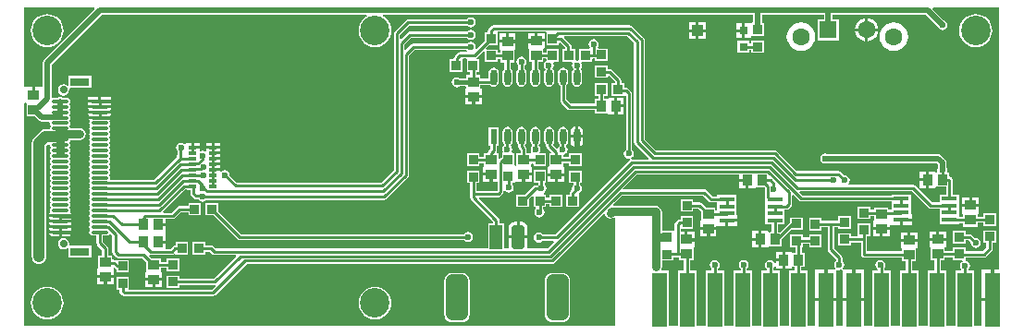
<source format=gtl>
G04*
G04 #@! TF.GenerationSoftware,Altium Limited,Altium Designer,19.0.10 (269)*
G04*
G04 Layer_Physical_Order=1*
G04 Layer_Color=255*
%FSLAX25Y25*%
%MOIN*%
G70*
G01*
G75*
%ADD12C,0.01968*%
%ADD16C,0.01000*%
%ADD18O,0.02362X0.05709*%
%ADD19R,0.02362X0.05709*%
%ADD20R,0.05709X0.01772*%
%ADD21R,0.03347X0.03347*%
%ADD22R,0.03347X0.03347*%
%ADD23R,0.03000X0.01400*%
G04:AMPARAMS|DCode=24|XSize=47.24mil|YSize=86.61mil|CornerRadius=11.81mil|HoleSize=0mil|Usage=FLASHONLY|Rotation=0.000|XOffset=0mil|YOffset=0mil|HoleType=Round|Shape=RoundedRectangle|*
%AMROUNDEDRECTD24*
21,1,0.04724,0.06299,0,0,0.0*
21,1,0.02362,0.08661,0,0,0.0*
1,1,0.02362,0.01181,-0.03150*
1,1,0.02362,-0.01181,-0.03150*
1,1,0.02362,-0.01181,0.03150*
1,1,0.02362,0.01181,0.03150*
%
%ADD24ROUNDEDRECTD24*%
%ADD25R,0.04724X0.08661*%
G04:AMPARAMS|DCode=26|XSize=78.74mil|YSize=165.35mil|CornerRadius=19.68mil|HoleSize=0mil|Usage=FLASHONLY|Rotation=0.000|XOffset=0mil|YOffset=0mil|HoleType=Round|Shape=RoundedRectangle|*
%AMROUNDEDRECTD26*
21,1,0.07874,0.12598,0,0,0.0*
21,1,0.03937,0.16535,0,0,0.0*
1,1,0.03937,0.01968,-0.06299*
1,1,0.03937,-0.01968,-0.06299*
1,1,0.03937,-0.01968,0.06299*
1,1,0.03937,0.01968,0.06299*
%
%ADD26ROUNDEDRECTD26*%
%ADD27R,0.05512X0.19685*%
%ADD28R,0.07087X0.03150*%
%ADD29R,0.06299X0.01181*%
%ADD30O,0.06299X0.01181*%
%ADD31R,0.03150X0.03150*%
%ADD32R,0.03543X0.03937*%
%ADD33R,0.03937X0.03543*%
%ADD56R,0.03937X0.03937*%
%ADD57C,0.03937*%
%ADD58C,0.01575*%
%ADD59C,0.02953*%
%ADD60C,0.06299*%
%ADD61R,0.06299X0.06299*%
%ADD62C,0.02756*%
%ADD63C,0.10630*%
%ADD64C,0.02362*%
G36*
X352699Y21866D02*
X350894D01*
Y11024D01*
X350394D01*
Y10524D01*
X346638D01*
Y1631D01*
X343750D01*
Y21466D01*
X342084D01*
X341953Y21696D01*
X341879Y21966D01*
X342229Y22490D01*
X342367Y23185D01*
X342229Y23880D01*
X341835Y24469D01*
X341246Y24863D01*
X341108Y24891D01*
X340856Y25286D01*
X340856Y25377D01*
Y26339D01*
X347342D01*
X347342Y26339D01*
X347772Y26425D01*
X348136Y26668D01*
X350202Y28734D01*
X350446Y29098D01*
X350531Y29528D01*
X350531Y29528D01*
Y31550D01*
X351683D01*
Y36097D01*
X347136D01*
Y31550D01*
X348288D01*
Y29992D01*
X346878Y28582D01*
X340856D01*
Y29832D01*
X336309D01*
Y28681D01*
X333631D01*
X333277Y29034D01*
X333277Y29861D01*
X333677Y30102D01*
X333677Y30172D01*
X333677Y30172D01*
Y32374D01*
X330709D01*
X327740D01*
Y30172D01*
X327740Y30172D01*
Y30102D01*
X328140Y29861D01*
X328140Y29602D01*
Y25187D01*
X329587D01*
Y21466D01*
X327038D01*
Y1631D01*
X323750D01*
Y21466D01*
X321515D01*
Y24853D01*
X322962D01*
X322962Y29526D01*
X323362Y29768D01*
X323362Y29838D01*
X323362Y29838D01*
Y32039D01*
X320394D01*
X317425D01*
Y29838D01*
X317425Y29838D01*
Y29768D01*
X317825Y29526D01*
X317825Y29268D01*
Y28582D01*
X305271D01*
Y34046D01*
X306407D01*
Y38592D01*
X301861D01*
Y34046D01*
X301393Y33967D01*
X299517D01*
Y35118D01*
X294971D01*
Y30572D01*
X299517D01*
Y31723D01*
X303028D01*
Y27461D01*
X303113Y27031D01*
X303357Y26668D01*
X303720Y26425D01*
X304150Y26339D01*
X317825D01*
Y24853D01*
X319272D01*
Y21466D01*
X317038D01*
Y1631D01*
X313750D01*
Y21466D01*
X311515D01*
Y22625D01*
X311717Y22927D01*
X311855Y23622D01*
X311717Y24317D01*
X311323Y24906D01*
X310734Y25300D01*
X310039Y25438D01*
X309344Y25300D01*
X308755Y24906D01*
X308362Y24317D01*
X308223Y23622D01*
X308362Y22927D01*
X308755Y22338D01*
X309272Y21993D01*
Y21466D01*
X307038D01*
Y1631D01*
X304150D01*
Y10524D01*
X300394D01*
X296638D01*
Y1631D01*
X294150D01*
Y10524D01*
X290394D01*
X286638D01*
Y1631D01*
X283750D01*
Y21466D01*
X281515D01*
Y22808D01*
X282972D01*
Y27945D01*
X281722D01*
Y30109D01*
X282059D01*
Y31260D01*
X284365D01*
Y29987D01*
X288911D01*
Y34533D01*
X284365D01*
Y33503D01*
X282059D01*
Y34655D01*
X277513D01*
Y30109D01*
X279479D01*
Y28299D01*
X279126Y27945D01*
X278299Y27945D01*
X278058Y28345D01*
X277988Y28345D01*
X277988Y28345D01*
X275786D01*
Y25377D01*
Y22408D01*
X277988D01*
X277988Y22408D01*
X278058D01*
X278299Y22808D01*
X278557Y22808D01*
X279272D01*
Y21466D01*
X277038D01*
Y1631D01*
X273750D01*
Y21466D01*
X271515D01*
Y22284D01*
X271595Y22338D01*
X271989Y22927D01*
X272014Y23053D01*
X272514Y23004D01*
Y22408D01*
X274786D01*
Y24877D01*
X272514D01*
Y24240D01*
X272014Y24191D01*
X271989Y24317D01*
X271595Y24906D01*
X271006Y25300D01*
X270311Y25438D01*
X269616Y25300D01*
X269027Y24906D01*
X268634Y24317D01*
X268495Y23622D01*
X268634Y22927D01*
X269027Y22338D01*
X269272Y22174D01*
Y21466D01*
X267038D01*
Y1631D01*
X263750D01*
Y21466D01*
X261948D01*
Y22229D01*
X262111Y22338D01*
X262505Y22927D01*
X262643Y23622D01*
X262505Y24317D01*
X262111Y24906D01*
X261522Y25300D01*
X260827Y25438D01*
X260132Y25300D01*
X259543Y24906D01*
X259149Y24317D01*
X259011Y23622D01*
X259149Y22927D01*
X259543Y22338D01*
X259705Y22229D01*
Y21466D01*
X257038D01*
Y1631D01*
X253750D01*
Y21466D01*
X251488D01*
Y22229D01*
X251650Y22338D01*
X252044Y22927D01*
X252182Y23622D01*
X252044Y24317D01*
X251650Y24906D01*
X251061Y25300D01*
X250366Y25438D01*
X249671Y25300D01*
X249082Y24906D01*
X248688Y24317D01*
X248550Y23622D01*
X248688Y22927D01*
X249082Y22338D01*
X249245Y22229D01*
Y21466D01*
X247038D01*
Y1631D01*
X243750D01*
Y21466D01*
X241515D01*
Y25187D01*
X242726D01*
Y29931D01*
X243126Y30102D01*
Y32374D01*
X240158D01*
Y32874D01*
X239657D01*
Y35646D01*
X238129D01*
Y36703D01*
X242667D01*
Y41250D01*
X238121D01*
Y40098D01*
X237795D01*
X237366Y40013D01*
X237002Y39769D01*
X237002Y39769D01*
X236215Y38982D01*
X235972Y38618D01*
X235886Y38189D01*
X235886Y38189D01*
Y36193D01*
X235541Y35836D01*
X231448D01*
Y42584D01*
X231287Y43394D01*
X230828Y44080D01*
X230571Y44337D01*
X229884Y44796D01*
X229074Y44957D01*
X213866D01*
X213674Y45419D01*
X216894Y48639D01*
X246124D01*
X248223Y46540D01*
X248587Y46297D01*
X249016Y46211D01*
X249016Y46211D01*
X251261D01*
Y43149D01*
X250600D01*
Y44399D01*
X247246D01*
X245773Y45872D01*
X245409Y46115D01*
X244980Y46200D01*
X244980Y46200D01*
X242667D01*
Y47352D01*
X238121D01*
Y42805D01*
X242667D01*
Y43957D01*
X244516D01*
X245463Y43010D01*
Y39656D01*
X245063Y39484D01*
Y37213D01*
X251000D01*
Y37770D01*
X254215D01*
Y39656D01*
X254715D01*
Y40156D01*
X258569D01*
Y41542D01*
X258169D01*
Y45847D01*
Y48819D01*
X251261D01*
Y48455D01*
X249480D01*
X247381Y50554D01*
X247017Y50797D01*
X246588Y50882D01*
X246588Y50882D01*
X217528D01*
X217336Y51344D01*
X222270Y56278D01*
X259335D01*
Y54681D01*
X262106D01*
Y54181D01*
X262606D01*
Y51213D01*
X264878D01*
X265050Y51613D01*
X268377D01*
Y47903D01*
X268377Y47903D01*
X268463Y47474D01*
X268583Y47294D01*
Y43288D01*
Y40729D01*
Y38170D01*
X270916D01*
Y35796D01*
X270563Y35443D01*
X269780Y35443D01*
X269539Y35843D01*
X269469Y35842D01*
X269469Y35842D01*
X267267D01*
Y32874D01*
Y29906D01*
X269469D01*
X269469Y29906D01*
X269539D01*
X269780Y30305D01*
X270039Y30305D01*
X274454D01*
Y32846D01*
X277819Y36211D01*
X282059D01*
Y40758D01*
X278715D01*
X278614Y40778D01*
X278514Y40758D01*
X277513D01*
Y39756D01*
X277493Y39656D01*
X277513Y39555D01*
Y39077D01*
X273879Y35443D01*
X273159D01*
Y38170D01*
X275492D01*
Y40729D01*
Y43652D01*
X276270D01*
X276270Y43652D01*
X276699Y43738D01*
X277063Y43981D01*
X277810Y44728D01*
X277810Y44728D01*
X278053Y45092D01*
X278139Y45521D01*
Y48783D01*
X278601Y48974D01*
X280765Y46810D01*
X280765Y46810D01*
X281129Y46567D01*
X281558Y46482D01*
X281558Y46482D01*
X314164D01*
Y43543D01*
X312962D01*
Y44399D01*
X307825D01*
Y43543D01*
X306407D01*
Y44695D01*
X301861D01*
Y40148D01*
X306407D01*
Y41300D01*
X307825D01*
X307825Y39726D01*
X307425Y39484D01*
X307425Y39415D01*
X307425Y39415D01*
Y37213D01*
X313362D01*
Y37802D01*
X313764Y38040D01*
X313862Y38040D01*
X317118D01*
Y39926D01*
X317618D01*
Y40426D01*
X321472D01*
Y41812D01*
X321072D01*
Y46117D01*
Y49089D01*
X314164D01*
Y48725D01*
X282022D01*
X280970Y49777D01*
X281161Y50239D01*
X321511D01*
X327499Y44251D01*
X327863Y44008D01*
X328292Y43922D01*
X328292Y43922D01*
X331487D01*
Y40999D01*
Y38440D01*
X338395D01*
Y38706D01*
X339951D01*
Y37456D01*
X345088D01*
Y38805D01*
X347136D01*
Y37653D01*
X351683D01*
Y42199D01*
X347136D01*
Y41048D01*
X345442D01*
X345088Y41401D01*
X345088Y42129D01*
X345488Y42371D01*
X345488Y42441D01*
X345488Y42441D01*
Y44642D01*
X342520D01*
X339551D01*
Y42441D01*
X339551Y42441D01*
Y42371D01*
X339951Y42129D01*
X339951Y41871D01*
Y40949D01*
X338395D01*
Y43558D01*
Y46117D01*
Y49089D01*
X336063D01*
Y54391D01*
X335977Y54820D01*
X335734Y55184D01*
X335370Y55427D01*
X334941Y55512D01*
X334753D01*
Y56959D01*
X334332D01*
X334076Y57459D01*
X334198Y58071D01*
X334060Y58766D01*
X333997Y58859D01*
Y60532D01*
X333874Y61150D01*
X333524Y61674D01*
X332000Y63197D01*
X331476Y63547D01*
X330858Y63670D01*
X290946D01*
X290852Y63733D01*
X290158Y63871D01*
X289462Y63733D01*
X288873Y63339D01*
X288480Y62750D01*
X288341Y62055D01*
X288480Y61360D01*
X288873Y60771D01*
X289462Y60377D01*
X290158Y60239D01*
X290852Y60377D01*
X290946Y60440D01*
X330189D01*
X330767Y59862D01*
Y58859D01*
X330704Y58766D01*
X330566Y58071D01*
X330665Y57573D01*
X330352Y57129D01*
X329982Y57122D01*
X329839Y57359D01*
X329769Y57359D01*
X329769Y57359D01*
X327567D01*
Y54391D01*
Y51422D01*
X329769D01*
X329769Y51422D01*
X329839D01*
X330080Y51822D01*
X330339Y51822D01*
X333819D01*
Y49089D01*
X331487D01*
Y46166D01*
X328757D01*
X322769Y52154D01*
X322405Y52397D01*
X321976Y52482D01*
X321976Y52482D01*
X298810D01*
X298617Y52982D01*
X298922Y53439D01*
X299060Y54134D01*
X298922Y54829D01*
X298528Y55418D01*
X297939Y55812D01*
X297244Y55950D01*
X297052Y55912D01*
X295756Y57208D01*
X295392Y57451D01*
X294963Y57537D01*
X294963Y57537D01*
X279999D01*
X272943Y64592D01*
X272579Y64835D01*
X272150Y64921D01*
X272150Y64921D01*
X229282D01*
X225163Y69041D01*
Y104797D01*
X225163Y104797D01*
X225077Y105226D01*
X224834Y105590D01*
X220549Y109875D01*
X220185Y110118D01*
X219756Y110204D01*
X219756Y110203D01*
X170720D01*
X170291Y110118D01*
X169927Y109875D01*
X169927Y109875D01*
X168990Y108939D01*
X168747Y108575D01*
X168662Y108146D01*
X168662Y108146D01*
Y107509D01*
X167510D01*
Y104548D01*
X164579Y101617D01*
X164118Y101864D01*
X164218Y102362D01*
X164079Y103057D01*
X163686Y103646D01*
X163096Y104040D01*
X162402Y104178D01*
X161707Y104040D01*
X161117Y103646D01*
X161009Y103484D01*
X141732D01*
X141732Y103484D01*
X141303Y103398D01*
X140939Y103155D01*
X140939Y103155D01*
X139010Y101226D01*
X138548Y101418D01*
Y103171D01*
X141027Y105650D01*
X161009D01*
X161117Y105488D01*
X161707Y105094D01*
X162402Y104956D01*
X163096Y105094D01*
X163686Y105488D01*
X164079Y106077D01*
X164218Y106772D01*
X164079Y107467D01*
X163686Y108056D01*
X163096Y108449D01*
X162402Y108588D01*
X161707Y108449D01*
X161117Y108056D01*
X161009Y107893D01*
X140563D01*
X140563Y107893D01*
X140134Y107808D01*
X139770Y107565D01*
X137410Y105205D01*
X136948Y105396D01*
Y106739D01*
X140308Y110099D01*
X161009D01*
X161117Y109936D01*
X161707Y109543D01*
X162402Y109405D01*
X163096Y109543D01*
X163686Y109936D01*
X164079Y110526D01*
X164218Y111221D01*
X164079Y111915D01*
X163686Y112505D01*
X163096Y112898D01*
X162402Y113037D01*
X161707Y112898D01*
X161117Y112505D01*
X161009Y112342D01*
X139843D01*
X139843Y112342D01*
X139414Y112257D01*
X139050Y112013D01*
X139050Y112013D01*
X135034Y107997D01*
X134791Y107633D01*
X134705Y107204D01*
X134705Y107204D01*
Y57882D01*
X130175Y53352D01*
X78156D01*
X75597Y55911D01*
X75635Y56102D01*
X75497Y56797D01*
X75103Y57386D01*
X74514Y57780D01*
X73819Y57918D01*
X73124Y57780D01*
X72595Y57427D01*
X72337Y57495D01*
X72228Y57555D01*
X69595D01*
Y58555D01*
X72095D01*
Y59555D01*
X69595D01*
Y60555D01*
X72095D01*
Y61555D01*
X69595D01*
Y62555D01*
X72095D01*
Y63555D01*
X69595D01*
Y64555D01*
X72095D01*
Y65555D01*
X69595D01*
X67095D01*
Y64896D01*
X66722Y64697D01*
X66595Y64679D01*
X65945Y64808D01*
X65295Y64679D01*
X65168Y64697D01*
X64795Y64896D01*
Y65555D01*
X62295D01*
Y66055D01*
X61795D01*
Y67755D01*
X59795D01*
Y67471D01*
X59553Y67338D01*
X59295Y67269D01*
X58766Y67623D01*
X58071Y67761D01*
X57376Y67623D01*
X56787Y67229D01*
X56393Y66640D01*
X56255Y65945D01*
X56393Y65250D01*
X56689Y64808D01*
Y63593D01*
X56620Y63247D01*
X56620Y63247D01*
Y62520D01*
X48371Y54271D01*
X32721D01*
X32444Y54771D01*
X32513Y55118D01*
X32421Y55583D01*
X32157Y55976D01*
Y56228D01*
X32421Y56622D01*
X32513Y57087D01*
X32421Y57551D01*
X32157Y57945D01*
Y58197D01*
X32421Y58591D01*
X32513Y59055D01*
X32421Y59520D01*
X32157Y59913D01*
Y60165D01*
X32421Y60559D01*
X32513Y61024D01*
X32421Y61488D01*
X32157Y61882D01*
Y62134D01*
X32421Y62528D01*
X32513Y62992D01*
X32421Y63457D01*
X32157Y63850D01*
Y64102D01*
X32421Y64496D01*
X32513Y64961D01*
X32421Y65425D01*
X32157Y65819D01*
Y66071D01*
X32421Y66465D01*
X32513Y66929D01*
X32421Y67394D01*
X32157Y67787D01*
Y68039D01*
X32421Y68433D01*
X32513Y68898D01*
X32421Y69362D01*
X32157Y69756D01*
Y70008D01*
X32421Y70402D01*
X32513Y70866D01*
X32421Y71331D01*
X32157Y71724D01*
Y71976D01*
X32421Y72370D01*
X32513Y72835D01*
X32421Y73299D01*
X32157Y73693D01*
Y73945D01*
X32421Y74339D01*
X32513Y74803D01*
X32421Y75268D01*
X32263Y75503D01*
X32446Y75625D01*
X32798Y76151D01*
X32821Y76272D01*
X24659D01*
X24683Y76151D01*
X25034Y75625D01*
X25217Y75503D01*
X25060Y75268D01*
X24967Y74803D01*
X25060Y74339D01*
X25323Y73945D01*
Y73693D01*
X25060Y73299D01*
X24967Y72835D01*
X25060Y72370D01*
X25323Y71976D01*
Y71724D01*
X25060Y71331D01*
X24967Y70866D01*
X25060Y70402D01*
X25323Y70008D01*
Y69756D01*
X25060Y69362D01*
X24967Y68898D01*
X25060Y68433D01*
X25323Y68039D01*
Y67787D01*
X25060Y67394D01*
X24967Y66929D01*
X25060Y66465D01*
X25323Y66071D01*
Y65819D01*
X25060Y65425D01*
X24967Y64961D01*
X25060Y64496D01*
X25323Y64102D01*
Y63850D01*
X25060Y63457D01*
X24967Y62992D01*
X25060Y62528D01*
X25323Y62134D01*
Y61882D01*
X25060Y61488D01*
X24967Y61024D01*
X25060Y60559D01*
X25323Y60165D01*
Y59913D01*
X25060Y59520D01*
X24967Y59055D01*
X25060Y58591D01*
X25323Y58197D01*
Y57945D01*
X25060Y57551D01*
X24967Y57087D01*
X25060Y56622D01*
X25323Y56228D01*
Y55976D01*
X25060Y55583D01*
X24967Y55118D01*
X25060Y54654D01*
X25323Y54260D01*
Y54008D01*
X25060Y53614D01*
X24967Y53150D01*
X25060Y52685D01*
X25323Y52291D01*
Y52039D01*
X25060Y51646D01*
X24967Y51181D01*
X25060Y50717D01*
X25323Y50323D01*
Y50071D01*
X25060Y49677D01*
X24967Y49213D01*
X25060Y48748D01*
X25323Y48354D01*
Y48102D01*
X25060Y47709D01*
X24967Y47244D01*
X25060Y46780D01*
X25323Y46386D01*
Y46134D01*
X25060Y45740D01*
X24967Y45276D01*
X25060Y44811D01*
X25323Y44417D01*
Y44165D01*
X25060Y43772D01*
X24967Y43307D01*
X25060Y42843D01*
X25323Y42449D01*
Y42197D01*
X25060Y41803D01*
X24967Y41339D01*
X25060Y40874D01*
X25323Y40480D01*
Y40228D01*
X25060Y39835D01*
X24967Y39370D01*
X25060Y38906D01*
X25323Y38512D01*
Y38260D01*
X25060Y37866D01*
X24967Y37402D01*
X25060Y36937D01*
X25323Y36543D01*
Y36291D01*
X25060Y35898D01*
X24967Y35433D01*
X25060Y34969D01*
X25323Y34575D01*
X25717Y34312D01*
X26181Y34219D01*
X27619D01*
Y31496D01*
X27619Y31496D01*
X27704Y31067D01*
X27947Y30703D01*
X29587Y29063D01*
Y27076D01*
X28140D01*
X28140Y22403D01*
X27740Y22161D01*
X27740Y22092D01*
X27740Y22092D01*
Y19890D01*
X33677D01*
Y22092D01*
X33677Y22092D01*
Y22161D01*
X33520Y22256D01*
X33533Y22441D01*
X34049Y22632D01*
X34345Y22337D01*
X34345Y22337D01*
X34709Y22094D01*
X34735Y22089D01*
Y20857D01*
X39281D01*
Y25403D01*
X34735D01*
X34735Y25403D01*
X34255Y25452D01*
X33858Y25531D01*
X33858Y25531D01*
X33277D01*
Y27076D01*
X31830D01*
Y29528D01*
X31745Y29957D01*
X31502Y30321D01*
X31502Y30321D01*
X29862Y31961D01*
Y34219D01*
X31299D01*
X31764Y34312D01*
X32157Y34575D01*
X32197Y34633D01*
X32838Y34699D01*
X33327Y34210D01*
Y28346D01*
X33327Y28346D01*
X33413Y27917D01*
X33656Y27553D01*
X34778Y26431D01*
X34778Y26431D01*
X35142Y26188D01*
X35571Y26103D01*
X35571Y26103D01*
X44161D01*
X45660Y24604D01*
X45660Y21320D01*
X45260Y21079D01*
X45260Y21009D01*
X45260Y21009D01*
Y18807D01*
X51197D01*
Y21009D01*
X51197Y21009D01*
Y21079D01*
X50797Y21320D01*
X50797Y21579D01*
Y22501D01*
X52845D01*
Y21349D01*
X57391D01*
Y25895D01*
X52845D01*
Y24744D01*
X50797D01*
Y25994D01*
X47443D01*
X46654Y26783D01*
X46909Y27234D01*
X47196Y27177D01*
X47196Y27177D01*
X54724D01*
X54724Y27177D01*
X55154Y27263D01*
X55518Y27506D01*
X55631Y27619D01*
X56093Y27428D01*
Y27254D01*
X60639D01*
Y31801D01*
X56093D01*
Y30649D01*
X55953D01*
X55524Y30564D01*
X55160Y30321D01*
X55160Y30321D01*
X54260Y29420D01*
X52673D01*
Y31390D01*
X49902D01*
Y32390D01*
X52673D01*
Y34761D01*
X52673Y34858D01*
X52673Y34858D01*
X52575Y35221D01*
X52575Y35221D01*
Y37689D01*
X49803D01*
Y38689D01*
X52575D01*
Y40217D01*
X55118D01*
X55118Y40217D01*
X55547Y40302D01*
X55911Y40545D01*
X58009Y42643D01*
X60719D01*
Y41491D01*
X65265D01*
Y46038D01*
X60719D01*
Y44886D01*
X57544D01*
X57544Y44886D01*
X57115Y44801D01*
X56751Y44558D01*
X54654Y42460D01*
X51753D01*
X51546Y42960D01*
X59520Y50934D01*
X60195D01*
Y50755D01*
X61477D01*
Y49375D01*
X61477Y49375D01*
X61562Y48946D01*
X61805Y48582D01*
X62691Y47696D01*
X62691Y47696D01*
X63055Y47453D01*
X63484Y47367D01*
X64378D01*
X64661Y46944D01*
X65250Y46551D01*
X65945Y46412D01*
X66640Y46551D01*
X67229Y46944D01*
X67338Y47107D01*
X131163D01*
X131163Y47107D01*
X131592Y47192D01*
X131956Y47435D01*
X139820Y55299D01*
X139820Y55299D01*
X140063Y55663D01*
X140148Y56092D01*
Y99192D01*
X142197Y101241D01*
X160876D01*
X161087Y100982D01*
X160879Y100482D01*
X158661D01*
X158232Y100396D01*
X157868Y100153D01*
X157868Y100153D01*
X156687Y98972D01*
X156444Y98608D01*
X156359Y98179D01*
X155961Y97943D01*
X154912D01*
Y93396D01*
X159458D01*
Y97943D01*
X159836Y98239D01*
X160637D01*
X161014Y97943D01*
X161014Y97739D01*
Y93396D01*
X162264D01*
Y92136D01*
X160817D01*
Y91080D01*
X158422D01*
X158175Y91245D01*
X157480Y91383D01*
X156785Y91245D01*
X156196Y90851D01*
X155803Y90262D01*
X155664Y89567D01*
X155803Y88872D01*
X156196Y88283D01*
X156785Y87889D01*
X157480Y87751D01*
X158175Y87889D01*
X158717Y88251D01*
X160464D01*
X160789Y87925D01*
X160754Y87424D01*
X160417Y87221D01*
X160417Y87151D01*
X160417Y87151D01*
Y84949D01*
X166354D01*
Y87151D01*
X166354Y87151D01*
Y87221D01*
X165954Y87462D01*
X165954Y87721D01*
Y88643D01*
X169327D01*
X169436Y88480D01*
X170025Y88086D01*
X170720Y87948D01*
X171415Y88086D01*
X172004Y88480D01*
X172397Y89069D01*
X172536Y89764D01*
Y93111D01*
X172397Y93805D01*
X172004Y94395D01*
X171415Y94788D01*
X170720Y94927D01*
X170025Y94788D01*
X169436Y94395D01*
X169042Y93805D01*
X168904Y93111D01*
Y90886D01*
X165954D01*
Y92136D01*
X164507D01*
Y93396D01*
X165561D01*
Y97943D01*
X164666D01*
X164515Y98443D01*
X164701Y98567D01*
X167048Y100914D01*
X167510Y100723D01*
Y96860D01*
X172057D01*
Y98011D01*
X173120D01*
Y96761D01*
X174598D01*
Y94503D01*
X174436Y94395D01*
X174042Y93805D01*
X173904Y93111D01*
Y89764D01*
X174042Y89069D01*
X174436Y88480D01*
X175025Y88086D01*
X175720Y87948D01*
X176415Y88086D01*
X177004Y88480D01*
X177398Y89069D01*
X177536Y89764D01*
Y93111D01*
X177398Y93805D01*
X177004Y94395D01*
X176841Y94503D01*
Y96761D01*
X178258D01*
X178258Y101435D01*
X178657Y101676D01*
X178657Y101746D01*
X178657Y101746D01*
Y103948D01*
X175689D01*
X172721D01*
Y101746D01*
X172721Y101746D01*
Y101676D01*
X173120Y101435D01*
X173120Y101176D01*
Y100255D01*
X172057D01*
Y101406D01*
X168194D01*
X168002Y101868D01*
X169096Y102962D01*
X172057D01*
Y107509D01*
X172057D01*
X172173Y107960D01*
X189339D01*
X189705Y107637D01*
Y103091D01*
X194252D01*
Y103652D01*
X194752Y103859D01*
X196477Y102134D01*
X196422Y101634D01*
X195512D01*
Y97087D01*
X198991D01*
X199259Y96587D01*
X199110Y96364D01*
X198971Y95669D01*
X199110Y94974D01*
X199478Y94423D01*
X199436Y94395D01*
X199042Y93805D01*
X198904Y93111D01*
Y89764D01*
X199042Y89069D01*
X199436Y88480D01*
X200025Y88086D01*
X200720Y87948D01*
X201415Y88086D01*
X202004Y88480D01*
X202397Y89069D01*
X202536Y89764D01*
Y93111D01*
X202397Y93805D01*
X202029Y94357D01*
X202071Y94385D01*
X202465Y94974D01*
X202603Y95669D01*
X202465Y96364D01*
X202316Y96587D01*
X202583Y97087D01*
X206161D01*
Y97967D01*
X206659Y98243D01*
X206682Y98239D01*
X207337D01*
Y97235D01*
X211883D01*
Y101781D01*
X208388D01*
X208123Y102281D01*
X208371Y102652D01*
X208509Y103347D01*
X208371Y104041D01*
X207977Y104631D01*
X207388Y105024D01*
X206693Y105162D01*
X205998Y105024D01*
X205409Y104631D01*
X205015Y104041D01*
X204877Y103347D01*
X205015Y102652D01*
X205361Y102134D01*
X205280Y101849D01*
X205151Y101634D01*
X201615D01*
Y97814D01*
X201115Y97420D01*
X200787Y97485D01*
X200559Y97440D01*
X200059Y97850D01*
Y101634D01*
X198759D01*
Y102559D01*
X198759Y102559D01*
X198674Y102988D01*
X198431Y103352D01*
X198431Y103352D01*
X196121Y105662D01*
X196328Y106162D01*
X218827D01*
X221319Y103669D01*
Y67913D01*
X221319Y67913D01*
X221405Y67484D01*
X221648Y67120D01*
X226586Y62183D01*
X226394Y61721D01*
X220480D01*
X220480Y61721D01*
X220290Y62193D01*
X220772Y62515D01*
X221166Y63104D01*
X221304Y63799D01*
X221166Y64494D01*
X220772Y65083D01*
X220610Y65192D01*
Y85630D01*
X220610Y85630D01*
X220524Y86059D01*
X220281Y86423D01*
X219297Y87407D01*
X218933Y87650D01*
X218504Y87736D01*
X218504Y87736D01*
X217863D01*
Y89164D01*
X216711D01*
Y90316D01*
X216711Y90316D01*
X216625Y90745D01*
X216382Y91109D01*
X216382Y91109D01*
X213391Y94100D01*
X213028Y94343D01*
X212598Y94429D01*
X212598Y94429D01*
X211883D01*
Y95679D01*
X207337D01*
Y91132D01*
X211883D01*
Y91729D01*
X212383Y91936D01*
X214468Y89852D01*
Y89164D01*
X213316D01*
Y84618D01*
X217863D01*
Y84618D01*
X218363Y84633D01*
X218367Y84630D01*
Y65192D01*
X218204Y65083D01*
X217810Y64494D01*
X217672Y63799D01*
X217810Y63104D01*
X218204Y62515D01*
X218793Y62121D01*
X219488Y61983D01*
X219749Y62035D01*
X219944Y61564D01*
X219687Y61392D01*
X219687Y61392D01*
X192881Y34586D01*
X188401D01*
X188292Y34749D01*
X187703Y35142D01*
X187008Y35281D01*
X186313Y35142D01*
X185724Y34749D01*
X185330Y34159D01*
X185192Y33465D01*
X185330Y32770D01*
X185724Y32181D01*
X186313Y31787D01*
X187008Y31649D01*
X187703Y31787D01*
X188292Y32181D01*
X188401Y32343D01*
X192247D01*
X192438Y31881D01*
X190028Y29470D01*
X183113D01*
X182801Y29970D01*
X182932Y30630D01*
Y33279D01*
X176123D01*
Y30630D01*
X176254Y29970D01*
X175943Y29470D01*
X174616D01*
Y38710D01*
X172775D01*
Y39706D01*
X172775Y39706D01*
X172690Y40135D01*
X172447Y40499D01*
X172447Y40499D01*
X165316Y47629D01*
X165507Y48091D01*
X167249D01*
X167341Y48073D01*
X167341Y48073D01*
X170728D01*
X170728Y48073D01*
X170820Y48091D01*
X172441D01*
X172441Y48091D01*
X172870Y48176D01*
X173234Y48419D01*
X174004Y49190D01*
X174004Y49190D01*
X174247Y49553D01*
X174333Y49983D01*
X174333Y49983D01*
Y50136D01*
X174833Y50288D01*
X174897Y50191D01*
X175486Y49798D01*
X176181Y49659D01*
X176876Y49798D01*
X177465Y50191D01*
X177859Y50780D01*
X177997Y51475D01*
X177859Y52170D01*
X177465Y52759D01*
X177606Y53257D01*
X177680Y53337D01*
X178258Y53337D01*
X178672Y53544D01*
X178758Y53544D01*
X180968D01*
Y56315D01*
X181468D01*
Y56815D01*
X184437D01*
Y59017D01*
X184437Y59017D01*
Y59087D01*
X184037Y59328D01*
X184037Y59983D01*
X184537Y60393D01*
X184601Y60406D01*
X185101Y60013D01*
Y59357D01*
X189647D01*
Y63903D01*
X187601D01*
X187333Y64403D01*
X187504Y64659D01*
X187642Y65354D01*
X187504Y66049D01*
X187164Y66558D01*
X187004Y67023D01*
X187398Y67612D01*
X187536Y68307D01*
Y71654D01*
X187398Y72349D01*
X187004Y72938D01*
X186415Y73332D01*
X185720Y73470D01*
X185025Y73332D01*
X184436Y72938D01*
X184042Y72349D01*
X183904Y71654D01*
Y68307D01*
X184042Y67612D01*
X184436Y67023D01*
X184542Y66638D01*
X184149Y66049D01*
X184010Y65354D01*
X184149Y64659D01*
X184337Y64378D01*
X183986Y64002D01*
X182590D01*
Y65579D01*
X182590Y65579D01*
X182505Y66008D01*
X182262Y66372D01*
X182262Y66372D01*
X182128Y66505D01*
X182004Y67023D01*
X182397Y67612D01*
X182536Y68307D01*
Y71654D01*
X182397Y72349D01*
X182004Y72938D01*
X181415Y73332D01*
X180720Y73470D01*
X180025Y73332D01*
X179436Y72938D01*
X179042Y72349D01*
X178904Y71654D01*
Y68307D01*
X179042Y67612D01*
X179436Y67023D01*
X179598Y66915D01*
Y66328D01*
X179598Y66328D01*
X179684Y65898D01*
X179927Y65534D01*
X180347Y65114D01*
Y64002D01*
X178900D01*
X178900Y59505D01*
X178732Y59425D01*
X178258Y59752D01*
Y63986D01*
X177419D01*
X177152Y64486D01*
X177268Y64659D01*
X177406Y65354D01*
X177268Y66049D01*
X177014Y66429D01*
X177004Y67023D01*
X177398Y67612D01*
X177536Y68307D01*
Y71654D01*
X177398Y72349D01*
X177004Y72938D01*
X176415Y73332D01*
X175720Y73470D01*
X175025Y73332D01*
X174436Y72938D01*
X174042Y72349D01*
X173904Y71654D01*
Y68307D01*
X174042Y67612D01*
X174436Y67023D01*
X174261Y66571D01*
X173912Y66049D01*
X173774Y65354D01*
X173912Y64659D01*
X174028Y64486D01*
X173761Y63986D01*
X173711D01*
Y62581D01*
X173357Y62344D01*
X173356Y62344D01*
X172852Y61840D01*
X172352Y62047D01*
Y64028D01*
X172001D01*
X171733Y64528D01*
X171756Y64562D01*
X171841Y64991D01*
Y66526D01*
X172501D01*
Y73435D01*
X168939D01*
Y66526D01*
X169598D01*
Y65456D01*
X168990Y64848D01*
X168747Y64484D01*
X168662Y64055D01*
X168186Y64028D01*
X167215D01*
Y62673D01*
X165659D01*
Y63824D01*
X161113D01*
Y59278D01*
X165659D01*
Y60430D01*
X167215D01*
Y59285D01*
X166815Y59113D01*
Y56842D01*
X169783D01*
Y56342D01*
X170283D01*
Y53570D01*
X172090D01*
Y50447D01*
X171976Y50334D01*
X170747D01*
X170747Y50334D01*
X170655Y50316D01*
X167415D01*
X167323Y50334D01*
X167323Y50334D01*
X164507D01*
Y53176D01*
X165659D01*
Y57722D01*
X161113D01*
Y53176D01*
X162264D01*
Y47973D01*
X162264Y47973D01*
X162350Y47544D01*
X162593Y47180D01*
X170532Y39241D01*
Y38710D01*
X168691D01*
Y29470D01*
X70541D01*
X69691Y30321D01*
X69327Y30564D01*
X68898Y30649D01*
X68898Y30649D01*
X66742D01*
Y31801D01*
X62195D01*
Y27254D01*
X66742D01*
Y28406D01*
X68433D01*
X69283Y27556D01*
X69283Y27556D01*
X69647Y27313D01*
X70076Y27227D01*
X77769D01*
X77960Y26765D01*
X69836Y18641D01*
X57391D01*
Y19793D01*
X52845D01*
Y15246D01*
X57391D01*
Y16398D01*
X70207D01*
X70361Y16174D01*
X70430Y15914D01*
X69197Y14681D01*
X39751D01*
X39281Y14754D01*
Y19301D01*
X34735D01*
Y14754D01*
X35886D01*
Y14173D01*
X35886Y14173D01*
X35972Y13744D01*
X36215Y13380D01*
X36829Y12766D01*
X37193Y12523D01*
X37622Y12438D01*
X37622Y12438D01*
X69661D01*
X69661Y12438D01*
X70091Y12523D01*
X70454Y12766D01*
X81716Y24027D01*
X191818D01*
X191818Y24027D01*
X192247Y24113D01*
X192611Y24356D01*
X210265Y42010D01*
X210743Y41865D01*
X210791Y41625D01*
X211250Y40938D01*
X211937Y40479D01*
X212747Y40318D01*
X213557Y40479D01*
X213923Y40723D01*
X214567D01*
Y40048D01*
X214510Y39764D01*
X214510Y1631D01*
X1631D01*
Y81817D01*
X2029Y82149D01*
X2353Y82009D01*
Y77353D01*
X5205D01*
X6722Y75836D01*
X7246Y75486D01*
X7864Y75363D01*
X10396D01*
X10806Y74863D01*
X10794Y74803D01*
X10886Y74339D01*
X11150Y73945D01*
Y73693D01*
X10886Y73299D01*
X10794Y72835D01*
X10598Y72596D01*
X9202D01*
X8532Y72508D01*
X7907Y72249D01*
X7371Y71837D01*
X5058Y69525D01*
X4646Y68988D01*
X4387Y68363D01*
X4299Y67693D01*
Y26575D01*
X4387Y25904D01*
X4646Y25280D01*
X5058Y24743D01*
X5594Y24331D01*
X6219Y24072D01*
X6890Y23984D01*
X7560Y24072D01*
X8185Y24331D01*
X8722Y24743D01*
X9133Y25280D01*
X9392Y25904D01*
X9480Y26575D01*
Y66620D01*
X9988Y67127D01*
X10646Y67103D01*
X10794Y66929D01*
X10886Y66465D01*
X11150Y66071D01*
Y65819D01*
X10886Y65425D01*
X10794Y64961D01*
X10886Y64496D01*
X11150Y64102D01*
Y63850D01*
X10886Y63457D01*
X10794Y62992D01*
X10886Y62528D01*
X11150Y62134D01*
Y61882D01*
X10886Y61488D01*
X10794Y61024D01*
X10886Y60559D01*
X11150Y60165D01*
Y59913D01*
X10886Y59520D01*
X10794Y59055D01*
X10886Y58591D01*
X11150Y58197D01*
Y57945D01*
X10886Y57551D01*
X10794Y57087D01*
X10886Y56622D01*
X11150Y56228D01*
Y55976D01*
X10886Y55583D01*
X10794Y55118D01*
X10886Y54654D01*
X11150Y54260D01*
Y54008D01*
X10886Y53614D01*
X10794Y53150D01*
X10886Y52685D01*
X11150Y52291D01*
Y52039D01*
X10886Y51646D01*
X10794Y51181D01*
X10886Y50717D01*
X11150Y50323D01*
Y50071D01*
X10886Y49677D01*
X10794Y49213D01*
X10886Y48748D01*
X11150Y48354D01*
Y48102D01*
X10886Y47709D01*
X10794Y47244D01*
X10886Y46780D01*
X11150Y46386D01*
Y46134D01*
X10886Y45740D01*
X10794Y45276D01*
X10886Y44811D01*
X11150Y44417D01*
Y44165D01*
X10886Y43772D01*
X10794Y43307D01*
X10886Y42843D01*
X11044Y42607D01*
X10861Y42485D01*
X10510Y41959D01*
X10486Y41839D01*
X18648D01*
X18624Y41959D01*
X18273Y42485D01*
X18090Y42607D01*
X18248Y42843D01*
X18340Y43307D01*
X18248Y43772D01*
X17984Y44165D01*
Y44417D01*
X18248Y44811D01*
X18340Y45276D01*
X18248Y45740D01*
X17984Y46134D01*
Y46386D01*
X18248Y46780D01*
X18340Y47244D01*
X18248Y47709D01*
X17984Y48102D01*
Y48354D01*
X18248Y48748D01*
X18340Y49213D01*
X18248Y49677D01*
X17984Y50071D01*
Y50323D01*
X18248Y50717D01*
X18340Y51181D01*
X18248Y51646D01*
X17984Y52039D01*
Y52291D01*
X18248Y52685D01*
X18340Y53150D01*
X18248Y53614D01*
X17984Y54008D01*
Y54260D01*
X18248Y54654D01*
X18340Y55118D01*
X18248Y55583D01*
X17984Y55976D01*
Y56228D01*
X18248Y56622D01*
X18340Y57087D01*
X18248Y57551D01*
X17984Y57945D01*
Y58197D01*
X18248Y58591D01*
X18340Y59055D01*
X18248Y59520D01*
X17984Y59913D01*
Y60165D01*
X18248Y60559D01*
X18340Y61024D01*
X18248Y61488D01*
X17984Y61882D01*
Y62134D01*
X18248Y62528D01*
X18340Y62992D01*
X18248Y63457D01*
X17984Y63850D01*
Y64102D01*
X18248Y64496D01*
X18340Y64961D01*
X18248Y65425D01*
X17984Y65819D01*
Y66071D01*
X18248Y66465D01*
X18340Y66929D01*
X18248Y67394D01*
X17984Y67787D01*
Y68039D01*
X18248Y68433D01*
X18310Y68749D01*
X21654D01*
X22464Y68910D01*
X23151Y69369D01*
X23609Y70056D01*
X23771Y70866D01*
X23609Y71676D01*
X23151Y72363D01*
X22464Y72822D01*
X21654Y72983D01*
X18310D01*
X18248Y73299D01*
X17984Y73693D01*
Y73945D01*
X18248Y74339D01*
X18340Y74803D01*
X18248Y75268D01*
X17984Y75661D01*
Y75913D01*
X18248Y76307D01*
X18340Y76772D01*
X18248Y77236D01*
X17984Y77630D01*
Y77882D01*
X18248Y78276D01*
X18340Y78740D01*
X18248Y79205D01*
X17984Y79598D01*
Y79850D01*
X18248Y80244D01*
X18340Y80709D01*
X18248Y81173D01*
X17984Y81567D01*
Y81819D01*
X18248Y82213D01*
X18340Y82677D01*
X18248Y83142D01*
X17984Y83535D01*
X17591Y83799D01*
X17126Y83891D01*
X15602D01*
X15185Y84169D01*
X14567Y84292D01*
X13949Y84169D01*
X13532Y83891D01*
X12008D01*
X11958Y83881D01*
X11458Y84291D01*
Y95985D01*
X29384Y113911D01*
X124902D01*
X125027Y113411D01*
X124651Y113210D01*
X123750Y112470D01*
X123011Y111570D01*
X122462Y110542D01*
X122123Y109427D01*
X122009Y108268D01*
X122123Y107108D01*
X122462Y105993D01*
X123011Y104966D01*
X123750Y104065D01*
X124651Y103326D01*
X125678Y102777D01*
X126793Y102438D01*
X127953Y102324D01*
X129112Y102438D01*
X130227Y102777D01*
X131255Y103326D01*
X132156Y104065D01*
X132895Y104966D01*
X133444Y105993D01*
X133782Y107108D01*
X133896Y108268D01*
X133782Y109427D01*
X133444Y110542D01*
X132895Y111570D01*
X132156Y112470D01*
X131255Y113210D01*
X130878Y113411D01*
X131004Y113911D01*
X264123D01*
Y111195D01*
X263623Y110829D01*
X263352Y110843D01*
X262975Y110843D01*
X261278D01*
Y108268D01*
Y105693D01*
X263352D01*
Y105817D01*
X263465Y106271D01*
X263852Y106271D01*
X268011D01*
Y110817D01*
X267354D01*
Y113911D01*
X289723D01*
Y112294D01*
X287589D01*
Y104795D01*
X295088D01*
Y112294D01*
X292954D01*
Y113911D01*
X326423D01*
X330682Y109652D01*
X330704Y109541D01*
X331098Y108952D01*
X331687Y108558D01*
X332382Y108420D01*
X333077Y108558D01*
X333666Y108952D01*
X334060Y109541D01*
X334198Y110236D01*
X334060Y110931D01*
X333666Y111520D01*
X333077Y111914D01*
X332967Y111936D01*
X328886Y116017D01*
X329077Y116479D01*
X352699D01*
Y21866D01*
D02*
G37*
G36*
X26922Y116017D02*
X8700Y97796D01*
X8350Y97272D01*
X8227Y96653D01*
Y88171D01*
X7890Y87811D01*
X5421D01*
Y85039D01*
X4421D01*
Y87811D01*
X1953D01*
X1631Y88178D01*
Y116479D01*
X26730D01*
X26922Y116017D01*
D02*
G37*
G36*
X237589Y25187D02*
X239272D01*
Y21466D01*
X237038D01*
Y1631D01*
X233750D01*
Y21466D01*
X231412D01*
X231145Y21966D01*
X231287Y22178D01*
X231448Y22988D01*
Y25187D01*
X235541D01*
Y26438D01*
X236762D01*
X236762Y26438D01*
X236762Y26438D01*
X237589D01*
Y25187D01*
D02*
G37*
G36*
X336309Y25286D02*
X339614D01*
X339741Y24786D01*
X339267Y24469D01*
X338873Y23880D01*
X338735Y23185D01*
X338873Y22490D01*
X339224Y21966D01*
X339107Y21539D01*
X339074Y21466D01*
X337038D01*
Y1631D01*
X333750D01*
Y21466D01*
X331830D01*
Y25187D01*
X333277D01*
Y26438D01*
X336309D01*
Y25286D01*
D02*
G37*
%LPC*%
G36*
X305618Y112664D02*
Y109044D01*
X309238D01*
X309161Y109627D01*
X308743Y110637D01*
X308078Y111504D01*
X307211Y112169D01*
X306201Y112587D01*
X305618Y112664D01*
D02*
G37*
G36*
X304618D02*
X304035Y112587D01*
X303025Y112169D01*
X302159Y111504D01*
X301493Y110637D01*
X301075Y109627D01*
X300998Y109044D01*
X304618D01*
Y112664D01*
D02*
G37*
G36*
X260278Y110843D02*
X258203D01*
Y108768D01*
X260278D01*
Y110843D01*
D02*
G37*
G36*
X247063Y111236D02*
X244595D01*
Y108768D01*
X247063D01*
Y111236D01*
D02*
G37*
G36*
X243595D02*
X241126D01*
Y108768D01*
X243595D01*
Y111236D01*
D02*
G37*
G36*
X260278Y107768D02*
X258203D01*
Y105693D01*
X260278D01*
Y107768D01*
D02*
G37*
G36*
X247063Y107768D02*
X244595D01*
Y105299D01*
X247063D01*
Y107768D01*
D02*
G37*
G36*
X243595D02*
X241126D01*
Y105299D01*
X243595D01*
Y107768D01*
D02*
G37*
G36*
X189041Y107447D02*
X186573D01*
Y105175D01*
X189041D01*
Y107447D01*
D02*
G37*
G36*
X185573D02*
X183104D01*
Y105175D01*
X185573D01*
Y107447D01*
D02*
G37*
G36*
X178657Y107220D02*
X176189D01*
Y104948D01*
X178657D01*
Y107220D01*
D02*
G37*
G36*
X175189D02*
X172721D01*
Y104948D01*
X175189D01*
Y107220D01*
D02*
G37*
G36*
X309238Y108044D02*
X305618D01*
Y104425D01*
X306201Y104501D01*
X307211Y104919D01*
X308078Y105585D01*
X308743Y106451D01*
X309161Y107461D01*
X309238Y108044D01*
D02*
G37*
G36*
X304618D02*
X300998D01*
X301075Y107461D01*
X301493Y106451D01*
X302159Y105585D01*
X303025Y104919D01*
X304035Y104501D01*
X304618Y104425D01*
Y108044D01*
D02*
G37*
G36*
X268011Y104715D02*
X263465D01*
Y103563D01*
X262952D01*
Y104537D01*
X258603D01*
Y100187D01*
X262952D01*
Y101320D01*
X263465D01*
Y100169D01*
X268011D01*
Y104715D01*
D02*
G37*
G36*
X344488Y114211D02*
X343329Y114097D01*
X342214Y113759D01*
X341186Y113210D01*
X340285Y112470D01*
X339546Y111570D01*
X338997Y110542D01*
X338659Y109427D01*
X338545Y108268D01*
X338659Y107108D01*
X338997Y105993D01*
X339546Y104966D01*
X340285Y104065D01*
X341186Y103326D01*
X342214Y102777D01*
X343329Y102438D01*
X344488Y102324D01*
X345648Y102438D01*
X346763Y102777D01*
X347790Y103326D01*
X348691Y104065D01*
X349430Y104966D01*
X349979Y105993D01*
X350318Y107108D01*
X350432Y108268D01*
X350318Y109427D01*
X349979Y110542D01*
X349430Y111570D01*
X348691Y112470D01*
X347790Y113210D01*
X346763Y113759D01*
X345648Y114097D01*
X344488Y114211D01*
D02*
G37*
G36*
X314961Y111236D02*
X313622Y111059D01*
X312375Y110543D01*
X311304Y109721D01*
X310482Y108650D01*
X309965Y107402D01*
X309789Y106064D01*
X309965Y104725D01*
X310482Y103478D01*
X311304Y102407D01*
X312375Y101585D01*
X313622Y101068D01*
X314961Y100892D01*
X316299Y101068D01*
X317547Y101585D01*
X318618Y102407D01*
X319440Y103478D01*
X319956Y104725D01*
X320132Y106064D01*
X319956Y107402D01*
X319440Y108650D01*
X318618Y109721D01*
X317547Y110543D01*
X316299Y111059D01*
X314961Y111236D01*
D02*
G37*
G36*
X281496D02*
X280157Y111059D01*
X278910Y110543D01*
X277839Y109721D01*
X277017Y108650D01*
X276501Y107402D01*
X276324Y106064D01*
X276501Y104725D01*
X277017Y103478D01*
X277839Y102407D01*
X278910Y101585D01*
X280157Y101068D01*
X281496Y100892D01*
X282835Y101068D01*
X284082Y101585D01*
X285153Y102407D01*
X285975Y103478D01*
X286492Y104725D01*
X286668Y106064D01*
X286492Y107402D01*
X285975Y108650D01*
X285153Y109721D01*
X284082Y110543D01*
X282835Y111059D01*
X281496Y111236D01*
D02*
G37*
G36*
X25797Y91939D02*
X17510D01*
Y88565D01*
X17010Y88346D01*
X16520Y88674D01*
X15748Y88828D01*
X14976Y88674D01*
X14322Y88237D01*
X13885Y87583D01*
X13731Y86811D01*
X13885Y86039D01*
X14322Y85385D01*
X14976Y84948D01*
X15748Y84794D01*
X16520Y84948D01*
X17174Y85385D01*
X17611Y86039D01*
X17765Y86811D01*
X17709Y87089D01*
X18120Y87589D01*
X25797D01*
Y91939D01*
D02*
G37*
G36*
X189041Y104175D02*
X186073D01*
X183104D01*
Y101973D01*
X183104Y101973D01*
Y101903D01*
X183504Y101662D01*
X183504Y101403D01*
Y96989D01*
X184598D01*
Y94503D01*
X184436Y94395D01*
X184042Y93805D01*
X183904Y93111D01*
Y89764D01*
X184042Y89069D01*
X184436Y88480D01*
X185025Y88086D01*
X185720Y87948D01*
X186415Y88086D01*
X187004Y88480D01*
X187398Y89069D01*
X187536Y89764D01*
Y93111D01*
X187398Y93805D01*
X187004Y94395D01*
X186841Y94503D01*
Y96989D01*
X188641D01*
Y98140D01*
X189669D01*
X189669Y98140D01*
X189705Y98110D01*
Y97246D01*
X189267Y96953D01*
X188873Y96364D01*
X188735Y95669D01*
X188873Y94974D01*
X189267Y94385D01*
X189379Y94310D01*
X189042Y93805D01*
X188904Y93111D01*
Y89764D01*
X189042Y89069D01*
X189436Y88480D01*
X190025Y88086D01*
X190720Y87948D01*
X191415Y88086D01*
X192004Y88480D01*
X192397Y89069D01*
X192536Y89764D01*
Y93111D01*
X192397Y93805D01*
X192004Y94395D01*
X191892Y94470D01*
X192229Y94974D01*
X192367Y95669D01*
X192229Y96364D01*
X192145Y96489D01*
X192413Y96989D01*
X194252D01*
Y101535D01*
X189705D01*
Y100476D01*
X189346Y100404D01*
X189314Y100383D01*
X188995D01*
X188641Y100737D01*
X188641Y101662D01*
X189041Y101903D01*
X189041Y101973D01*
X189041Y101973D01*
Y104175D01*
D02*
G37*
G36*
X180720Y98810D02*
X180025Y98671D01*
X179436Y98278D01*
X179042Y97689D01*
X178904Y96994D01*
X179042Y96299D01*
X179436Y95710D01*
X179598Y95601D01*
Y94503D01*
X179436Y94395D01*
X179042Y93805D01*
X178904Y93111D01*
Y89764D01*
X179042Y89069D01*
X179436Y88480D01*
X180025Y88086D01*
X180720Y87948D01*
X181415Y88086D01*
X182004Y88480D01*
X182397Y89069D01*
X182536Y89764D01*
Y93111D01*
X182397Y93805D01*
X182004Y94395D01*
X181841Y94503D01*
Y95601D01*
X182004Y95710D01*
X182397Y96299D01*
X182536Y96994D01*
X182397Y97689D01*
X182004Y98278D01*
X181415Y98671D01*
X180720Y98810D01*
D02*
G37*
G36*
X32890Y84268D02*
X29240D01*
Y83177D01*
X32890D01*
Y84268D01*
D02*
G37*
G36*
X28240D02*
X24590D01*
Y83177D01*
X28240D01*
Y84268D01*
D02*
G37*
G36*
X166354Y83949D02*
X163886D01*
Y81678D01*
X166354D01*
Y83949D01*
D02*
G37*
G36*
X162886D02*
X160417D01*
Y81678D01*
X162886D01*
Y83949D01*
D02*
G37*
G36*
X217574Y83954D02*
X215302D01*
Y81486D01*
X217574D01*
Y83954D01*
D02*
G37*
G36*
X32890Y82177D02*
X24590D01*
Y81209D01*
X32890D01*
Y82177D01*
D02*
G37*
G36*
X32821Y80209D02*
X24659D01*
X24683Y80088D01*
X24926Y79724D01*
X24683Y79361D01*
X24659Y79240D01*
X32821D01*
X32798Y79361D01*
X32555Y79724D01*
X32798Y80088D01*
X32821Y80209D01*
D02*
G37*
G36*
X217574Y80486D02*
X215302D01*
Y78017D01*
X217574D01*
Y80486D01*
D02*
G37*
G36*
X195720Y94927D02*
X195025Y94788D01*
X194436Y94395D01*
X194042Y93805D01*
X193904Y93111D01*
Y89764D01*
X194042Y89069D01*
X194436Y88480D01*
X194745Y88274D01*
Y82905D01*
X194745Y82905D01*
X194830Y82476D01*
X195073Y82112D01*
X197269Y79916D01*
X197633Y79672D01*
X198062Y79587D01*
X198062Y79587D01*
X207115D01*
Y78417D01*
X211789Y78417D01*
X212030Y78017D01*
X212100Y78017D01*
X212100Y78017D01*
X214302D01*
Y80986D01*
Y83954D01*
X212100D01*
X212100Y83954D01*
X212030D01*
X211789Y83554D01*
X211530Y83554D01*
X210609D01*
Y84618D01*
X211760D01*
Y89164D01*
X207214D01*
Y84618D01*
X208365D01*
Y83554D01*
X207115D01*
Y81830D01*
X198527D01*
X196988Y83369D01*
Y88469D01*
X197004Y88480D01*
X197397Y89069D01*
X197536Y89764D01*
Y93111D01*
X197397Y93805D01*
X197004Y94395D01*
X196415Y94788D01*
X195720Y94927D01*
D02*
G37*
G36*
X32821Y78240D02*
X24659D01*
X24683Y78119D01*
X24926Y77756D01*
X24683Y77392D01*
X24659Y77272D01*
X32821D01*
X32798Y77392D01*
X32555Y77756D01*
X32798Y78119D01*
X32821Y78240D01*
D02*
G37*
G36*
X201220Y73778D02*
Y70481D01*
X202944D01*
Y71654D01*
X202774Y72505D01*
X202292Y73226D01*
X201571Y73708D01*
X201220Y73778D01*
D02*
G37*
G36*
X200220Y73778D02*
X199869Y73708D01*
X199147Y73226D01*
X198665Y72505D01*
X198496Y71654D01*
Y70481D01*
X200220D01*
Y73778D01*
D02*
G37*
G36*
X72095Y67755D02*
X70095D01*
Y66555D01*
X72095D01*
Y67755D01*
D02*
G37*
G36*
X64795D02*
X62795D01*
Y66555D01*
X64795D01*
Y67755D01*
D02*
G37*
G36*
X69095D02*
X67095D01*
Y66555D01*
X69095D01*
Y67755D01*
D02*
G37*
G36*
X200220Y69481D02*
X198496D01*
Y68307D01*
X198665Y67456D01*
X199147Y66735D01*
X199869Y66253D01*
X200220Y66183D01*
Y69481D01*
D02*
G37*
G36*
X202944D02*
X201220D01*
Y66183D01*
X201571Y66253D01*
X202292Y66735D01*
X202774Y67456D01*
X202944Y68307D01*
Y69481D01*
D02*
G37*
G36*
X195720Y73470D02*
X195025Y73332D01*
X194436Y72938D01*
X194042Y72349D01*
X193904Y71654D01*
Y68307D01*
X194042Y67612D01*
X194406Y67067D01*
Y66544D01*
X194244Y66435D01*
X193870Y65876D01*
X193787Y65801D01*
X193366Y65673D01*
X192009Y67031D01*
X192397Y67612D01*
X192536Y68307D01*
Y71654D01*
X192397Y72349D01*
X192004Y72938D01*
X191415Y73332D01*
X190720Y73470D01*
X190025Y73332D01*
X189436Y72938D01*
X189042Y72349D01*
X188904Y71654D01*
Y68307D01*
X189042Y67612D01*
X189436Y67023D01*
X189598Y66915D01*
Y66734D01*
X189598Y66733D01*
X189684Y66304D01*
X189927Y65940D01*
X191482Y64385D01*
X191291Y63923D01*
X190711D01*
X190711Y59249D01*
X190311Y59008D01*
X190311Y58938D01*
X190311Y58938D01*
Y56736D01*
X196248D01*
Y58938D01*
X196248Y58938D01*
Y59008D01*
X195848Y59249D01*
X195848Y59508D01*
Y60430D01*
X197828D01*
Y59278D01*
X202375D01*
Y63824D01*
X197828D01*
Y62673D01*
X195848D01*
Y63399D01*
X196223Y63473D01*
X196812Y63867D01*
X197206Y64456D01*
X197344Y65151D01*
X197206Y65846D01*
X196864Y66358D01*
X196850Y66633D01*
X196913Y66962D01*
X197004Y67023D01*
X197397Y67612D01*
X197536Y68307D01*
Y71654D01*
X197397Y72349D01*
X197004Y72938D01*
X196415Y73332D01*
X195720Y73470D01*
D02*
G37*
G36*
X326567Y57359D02*
X324295D01*
Y54891D01*
X326567D01*
Y57359D01*
D02*
G37*
G36*
X169283Y55842D02*
X166815D01*
Y53570D01*
X169283D01*
Y55842D01*
D02*
G37*
G36*
X184437Y55815D02*
X181968D01*
Y53544D01*
X184437D01*
Y55815D01*
D02*
G37*
G36*
X196248Y55736D02*
X193780D01*
Y53465D01*
X196248D01*
Y55736D01*
D02*
G37*
G36*
X192780D02*
X190311D01*
Y53465D01*
X192780D01*
Y55736D01*
D02*
G37*
G36*
X189647Y57801D02*
X185101D01*
Y53255D01*
X186838D01*
Y52606D01*
X186676Y52498D01*
X186567Y52335D01*
X185698D01*
X185698Y52335D01*
X185268Y52250D01*
X184905Y52007D01*
X184905Y52007D01*
X181959Y49061D01*
X178998D01*
Y44514D01*
X183545D01*
Y47475D01*
X184639Y48568D01*
X185101Y48377D01*
Y44514D01*
X185870D01*
X185945Y44434D01*
X185984Y43868D01*
X185591Y43278D01*
X185452Y42584D01*
X185591Y41888D01*
X185984Y41299D01*
X186574Y40906D01*
X187268Y40767D01*
X187963Y40906D01*
X188553Y41299D01*
X188946Y41888D01*
X189084Y42584D01*
X188946Y43278D01*
X188553Y43868D01*
X188496Y43906D01*
Y44514D01*
X189647D01*
Y45666D01*
X190809D01*
Y44514D01*
X195356D01*
Y49061D01*
X190809D01*
Y47909D01*
X189647D01*
Y49061D01*
X188995D01*
X188688Y49525D01*
X188692Y49561D01*
X189244Y49929D01*
X189637Y50519D01*
X189776Y51214D01*
X189637Y51908D01*
X189244Y52498D01*
X189081Y52606D01*
Y53255D01*
X189647D01*
Y57801D01*
D02*
G37*
G36*
X326567Y53891D02*
X324295D01*
Y51422D01*
X326567D01*
Y53891D01*
D02*
G37*
G36*
X261606Y53681D02*
X259335D01*
Y51213D01*
X261606D01*
Y53681D01*
D02*
G37*
G36*
X345488Y47914D02*
X343020D01*
Y45643D01*
X345488D01*
Y47914D01*
D02*
G37*
G36*
X342020D02*
X339551D01*
Y45643D01*
X342020D01*
Y47914D01*
D02*
G37*
G36*
X202375Y57722D02*
X197828D01*
Y53176D01*
X199598D01*
Y52574D01*
X199436Y52465D01*
X199042Y51876D01*
X198904Y51181D01*
X198953Y50933D01*
X198419Y50399D01*
X198176Y50036D01*
X198091Y49606D01*
X198091Y49606D01*
Y49061D01*
X196912D01*
Y44514D01*
X201458D01*
Y49061D01*
X201458Y49061D01*
X201484Y49550D01*
X202004Y49897D01*
X202397Y50486D01*
X202536Y51181D01*
X202397Y51876D01*
X202004Y52465D01*
X201841Y52574D01*
Y53176D01*
X202375D01*
Y57722D01*
D02*
G37*
G36*
X18648Y40839D02*
X10486D01*
X10510Y40718D01*
X10753Y40354D01*
X10510Y39991D01*
X10486Y39870D01*
X18648D01*
X18624Y39991D01*
X18381Y40354D01*
X18624Y40718D01*
X18648Y40839D01*
D02*
G37*
G36*
X299517Y41221D02*
X294971D01*
Y39484D01*
X288911D01*
Y40635D01*
X284365D01*
Y36089D01*
X288911D01*
Y37241D01*
X291201D01*
Y29193D01*
X291201Y29193D01*
X291287Y28764D01*
X291530Y28400D01*
X294154Y25776D01*
Y24932D01*
X293991Y24824D01*
X293598Y24235D01*
X293460Y23540D01*
X293598Y22845D01*
X293918Y22366D01*
X293783Y21980D01*
X293696Y21866D01*
X290894D01*
Y11524D01*
X294150D01*
Y21549D01*
X294469Y21780D01*
X294650Y21848D01*
X295276Y21724D01*
X295971Y21862D01*
X296199Y22015D01*
X296638Y21706D01*
Y11524D01*
X299894D01*
Y21866D01*
X296855D01*
X296767Y21982D01*
X296632Y22364D01*
X296953Y22845D01*
X297092Y23540D01*
X296953Y24235D01*
X296560Y24824D01*
X296397Y24932D01*
Y26240D01*
X296312Y26669D01*
X296069Y27033D01*
X296069Y27033D01*
X293444Y29658D01*
Y37241D01*
X294971D01*
Y36674D01*
X299517D01*
Y41221D01*
D02*
G37*
G36*
X321472Y39426D02*
X318118D01*
Y38040D01*
X321472D01*
Y39426D01*
D02*
G37*
G36*
X18648Y38870D02*
X10486D01*
X10510Y38750D01*
X10753Y38386D01*
X10510Y38022D01*
X10486Y37902D01*
X18648D01*
X18624Y38022D01*
X18381Y38386D01*
X18624Y38750D01*
X18648Y38870D01*
D02*
G37*
G36*
X258569Y39156D02*
X255215D01*
Y37770D01*
X258569D01*
Y39156D01*
D02*
G37*
G36*
X18648Y36902D02*
X10486D01*
X10510Y36781D01*
X10753Y36417D01*
X10510Y36054D01*
X10486Y35933D01*
X18648D01*
X18624Y36054D01*
X18381Y36417D01*
X18624Y36781D01*
X18648Y36902D01*
D02*
G37*
G36*
X180709Y39153D02*
X180028D01*
Y34280D01*
X182932D01*
Y36929D01*
X182763Y37780D01*
X182281Y38502D01*
X181560Y38984D01*
X180709Y39153D01*
D02*
G37*
G36*
X179028D02*
X178347D01*
X177495Y38984D01*
X176774Y38502D01*
X176292Y37780D01*
X176123Y36929D01*
Y34280D01*
X179028D01*
Y39153D01*
D02*
G37*
G36*
X313362Y36213D02*
X310894D01*
Y33941D01*
X313362D01*
Y36213D01*
D02*
G37*
G36*
X309894D02*
X307425D01*
Y33941D01*
X309894D01*
Y36213D01*
D02*
G37*
G36*
X251000D02*
X248532D01*
Y33941D01*
X251000D01*
Y36213D01*
D02*
G37*
G36*
X247532D02*
X245063D01*
Y33941D01*
X247532D01*
Y36213D01*
D02*
G37*
G36*
X18648Y34933D02*
X15067D01*
Y33811D01*
X17126D01*
X17747Y33935D01*
X18273Y34286D01*
X18624Y34813D01*
X18648Y34933D01*
D02*
G37*
G36*
X14067D02*
X10486D01*
X10510Y34813D01*
X10861Y34286D01*
X11387Y33935D01*
X12008Y33811D01*
X14067D01*
Y34933D01*
D02*
G37*
G36*
X243126Y35646D02*
X240657D01*
Y33374D01*
X243126D01*
Y35646D01*
D02*
G37*
G36*
X333677D02*
X331209D01*
Y33374D01*
X333677D01*
Y35646D01*
D02*
G37*
G36*
X266267Y35842D02*
X263996D01*
Y33374D01*
X266267D01*
Y35842D01*
D02*
G37*
G36*
X330209Y35646D02*
X327740D01*
Y33374D01*
X330209D01*
Y35646D01*
D02*
G37*
G36*
X323362Y35311D02*
X320894D01*
Y33039D01*
X323362D01*
Y35311D01*
D02*
G37*
G36*
X319894D02*
X317425D01*
Y33039D01*
X319894D01*
Y35311D01*
D02*
G37*
G36*
X71368Y46038D02*
X66821D01*
Y41491D01*
X69782D01*
X78405Y32868D01*
X78405Y32868D01*
X78768Y32625D01*
X79198Y32540D01*
X160025D01*
X160133Y32377D01*
X160722Y31984D01*
X161417Y31845D01*
X162112Y31984D01*
X162701Y32377D01*
X163095Y32967D01*
X163233Y33661D01*
X163095Y34356D01*
X162701Y34945D01*
X162112Y35339D01*
X161417Y35477D01*
X160722Y35339D01*
X160133Y34945D01*
X160025Y34783D01*
X79662D01*
X71368Y43077D01*
Y46038D01*
D02*
G37*
G36*
X266267Y32374D02*
X263996D01*
Y29906D01*
X266267D01*
Y32374D01*
D02*
G37*
G36*
X340856Y35935D02*
X336309D01*
Y31388D01*
X340856D01*
Y32540D01*
X341858D01*
X342710Y31688D01*
X342672Y31496D01*
X342810Y30801D01*
X343204Y30212D01*
X343793Y29818D01*
X344488Y29680D01*
X345183Y29818D01*
X345772Y30212D01*
X346166Y30801D01*
X346304Y31496D01*
X346166Y32191D01*
X345772Y32780D01*
X345183Y33174D01*
X344488Y33312D01*
X344297Y33274D01*
X343116Y34455D01*
X342752Y34698D01*
X342323Y34783D01*
X342323Y34783D01*
X340856D01*
Y35935D01*
D02*
G37*
G36*
X15748Y33316D02*
X14976Y33162D01*
X14322Y32725D01*
X13885Y32071D01*
X13731Y31299D01*
X13885Y30527D01*
X14322Y29873D01*
X14976Y29436D01*
X15748Y29283D01*
X16520Y29436D01*
X17010Y29764D01*
X17510Y29545D01*
Y26172D01*
X25797D01*
Y30521D01*
X18120D01*
X17709Y31021D01*
X17765Y31299D01*
X17611Y32071D01*
X17174Y32725D01*
X16520Y33162D01*
X15748Y33316D01*
D02*
G37*
G36*
X274786Y28345D02*
X272514D01*
Y25877D01*
X274786D01*
Y28345D01*
D02*
G37*
G36*
X33677Y18890D02*
X31209D01*
Y16618D01*
X33677D01*
Y18890D01*
D02*
G37*
G36*
X30209D02*
X27740D01*
Y16618D01*
X30209D01*
Y18890D01*
D02*
G37*
G36*
X51197Y17807D02*
X48728D01*
Y15535D01*
X51197D01*
Y17807D01*
D02*
G37*
G36*
X47728D02*
X45260D01*
Y15535D01*
X47728D01*
Y17807D01*
D02*
G37*
G36*
X304150Y21866D02*
X300894D01*
Y11524D01*
X304150D01*
Y21866D01*
D02*
G37*
G36*
X349894D02*
X346638D01*
Y11524D01*
X349894D01*
Y21866D01*
D02*
G37*
G36*
X289894D02*
X286638D01*
Y11524D01*
X289894D01*
Y21866D01*
D02*
G37*
G36*
X127953Y15786D02*
X126793Y15672D01*
X125678Y15334D01*
X124651Y14784D01*
X123750Y14045D01*
X123011Y13145D01*
X122462Y12117D01*
X122123Y11002D01*
X122009Y9843D01*
X122123Y8683D01*
X122462Y7568D01*
X123011Y6540D01*
X123750Y5640D01*
X124651Y4901D01*
X125678Y4351D01*
X126793Y4013D01*
X127953Y3899D01*
X129112Y4013D01*
X130227Y4351D01*
X131255Y4901D01*
X132156Y5640D01*
X132895Y6540D01*
X133444Y7568D01*
X133782Y8683D01*
X133896Y9843D01*
X133782Y11002D01*
X133444Y12117D01*
X132895Y13145D01*
X132156Y14045D01*
X131255Y14784D01*
X130227Y15334D01*
X129112Y15672D01*
X127953Y15786D01*
D02*
G37*
G36*
X9843D02*
X8683Y15672D01*
X7568Y15334D01*
X6540Y14784D01*
X5640Y14045D01*
X4901Y13145D01*
X4351Y12117D01*
X4013Y11002D01*
X3899Y9843D01*
X4013Y8683D01*
X4351Y7568D01*
X4901Y6540D01*
X5640Y5640D01*
X6540Y4901D01*
X7568Y4351D01*
X8683Y4013D01*
X9843Y3899D01*
X11002Y4013D01*
X12117Y4351D01*
X13145Y4901D01*
X14045Y5640D01*
X14784Y6540D01*
X15334Y7568D01*
X15672Y8683D01*
X15786Y9843D01*
X15672Y11002D01*
X15334Y12117D01*
X14784Y13145D01*
X14045Y14045D01*
X13145Y14784D01*
X12117Y15334D01*
X11002Y15672D01*
X9843Y15786D01*
D02*
G37*
G36*
X195669Y20701D02*
X191732D01*
X191062Y20613D01*
X190437Y20354D01*
X189900Y19942D01*
X189489Y19406D01*
X189230Y18781D01*
X189142Y18110D01*
Y5512D01*
X189230Y4841D01*
X189489Y4216D01*
X189900Y3680D01*
X190437Y3268D01*
X191062Y3009D01*
X191732Y2921D01*
X195669D01*
X196340Y3009D01*
X196965Y3268D01*
X197501Y3680D01*
X197913Y4216D01*
X198172Y4841D01*
X198260Y5512D01*
Y18110D01*
X198172Y18781D01*
X197913Y19406D01*
X197501Y19942D01*
X196965Y20354D01*
X196340Y20613D01*
X195669Y20701D01*
D02*
G37*
G36*
X159449D02*
X155512D01*
X154841Y20613D01*
X154217Y20354D01*
X153680Y19942D01*
X153268Y19406D01*
X153009Y18781D01*
X152921Y18110D01*
Y5512D01*
X153009Y4841D01*
X153268Y4216D01*
X153680Y3680D01*
X154217Y3268D01*
X154841Y3009D01*
X155512Y2921D01*
X159449D01*
X160119Y3009D01*
X160744Y3268D01*
X161281Y3680D01*
X161692Y4216D01*
X161951Y4841D01*
X162039Y5512D01*
Y18110D01*
X161951Y18781D01*
X161692Y19406D01*
X161281Y19942D01*
X160744Y20354D01*
X160119Y20613D01*
X159449Y20701D01*
D02*
G37*
G36*
X9843Y114211D02*
X8683Y114097D01*
X7568Y113759D01*
X6540Y113210D01*
X5640Y112470D01*
X4901Y111570D01*
X4351Y110542D01*
X4013Y109427D01*
X3899Y108268D01*
X4013Y107108D01*
X4351Y105993D01*
X4901Y104966D01*
X5640Y104065D01*
X6540Y103326D01*
X7568Y102777D01*
X8683Y102438D01*
X9843Y102324D01*
X11002Y102438D01*
X12117Y102777D01*
X13145Y103326D01*
X14045Y104065D01*
X14784Y104966D01*
X15334Y105993D01*
X15672Y107108D01*
X15786Y108268D01*
X15672Y109427D01*
X15334Y110542D01*
X14784Y111570D01*
X14045Y112470D01*
X13145Y113210D01*
X12117Y113759D01*
X11002Y114097D01*
X9843Y114211D01*
D02*
G37*
%LPD*%
D12*
X14572Y77367D02*
Y79335D01*
X7864Y76978D02*
X14361D01*
X5118Y79724D02*
X7864Y76978D01*
X14361D02*
X14572Y77367D01*
X14567Y80709D02*
Y82677D01*
Y80709D02*
X14572Y79335D01*
X4921Y79724D02*
X5118D01*
X4921D02*
X5512Y80315D01*
X6496D01*
X9843Y83661D01*
X332382Y58071D02*
Y60532D01*
X330858Y62055D02*
X332382Y60532D01*
X290158Y62055D02*
X330858D01*
X291339Y108544D02*
Y115526D01*
X327092D01*
X265748D02*
X291339D01*
X327092D02*
X332382Y110236D01*
X9843Y83661D02*
Y96653D01*
X28715Y115526D02*
X265748D01*
X265738Y115516D02*
X265748Y115526D01*
X265738Y108544D02*
Y115516D01*
X9843Y96653D02*
X28715Y115526D01*
D16*
X195866Y82905D02*
Y91437D01*
X267992Y53611D02*
X268515Y54134D01*
X267913Y53532D02*
X267992Y53611D01*
X269499Y52103D01*
Y47903D02*
Y52103D01*
Y47903D02*
X270069Y47333D01*
X267913Y53532D02*
Y53689D01*
X267992Y53611D01*
X267421Y54181D02*
X267913Y53689D01*
X270069Y47333D02*
X272038D01*
X200720Y89370D02*
X200787Y89438D01*
Y95669D01*
X189775Y99368D02*
X191872D01*
X191978Y99262D01*
X190551Y89539D02*
Y95669D01*
Y89539D02*
X190720Y89370D01*
X189669Y99262D02*
X189775Y99368D01*
X186171Y99262D02*
X189669D01*
X180720Y89370D02*
Y96994D01*
X175590Y65354D02*
Y70081D01*
X175721Y70211D01*
X175590Y70342D02*
X175721Y70211D01*
X185826Y65354D02*
Y71484D01*
X185720Y71591D02*
X185826Y71484D01*
X185720Y71591D02*
X185948Y71819D01*
X185720Y72048D02*
X185948Y71819D01*
X190720Y66733D02*
X193280Y64174D01*
X190720Y66733D02*
Y70473D01*
X193280Y61551D02*
Y64174D01*
X195528Y65151D02*
Y71856D01*
X195720Y72048D01*
X175590Y70342D02*
X175720Y70472D01*
X175590Y70602D02*
X175720Y70472D01*
X175590Y70602D02*
X176378Y71389D01*
X175720Y72048D02*
X176378Y71389D01*
X163386Y49213D02*
Y55449D01*
Y47973D02*
Y49213D01*
X167323D01*
X167341Y49194D01*
X170728D01*
X170747Y49213D01*
X172441D01*
X173211Y49983D01*
Y57739D01*
X173228Y57756D01*
Y60630D01*
X174150Y61551D01*
X175823D01*
X175984Y61713D01*
X157480Y95965D02*
Y98179D01*
X157185Y95669D02*
X157480Y95965D01*
Y98179D02*
X158661Y99360D01*
X163908D01*
X169783Y105235D01*
X176181Y51475D02*
Y55905D01*
X199213Y46815D02*
Y49606D01*
X199185Y46787D02*
X199213Y46815D01*
Y49606D02*
X200720Y51113D01*
Y51181D01*
X185698Y51214D02*
X187960D01*
X181272Y46787D02*
X185698Y51214D01*
X215589Y86891D02*
Y90316D01*
X212598Y93307D02*
X215589Y90316D01*
X209708Y93307D02*
X212598D01*
X209610Y93405D02*
X209708Y93307D01*
X194833Y105364D02*
X197638Y102559D01*
X191978Y105364D02*
X194833D01*
X197638Y99508D02*
X197785Y99360D01*
X197638Y99508D02*
Y102559D01*
X64468Y29528D02*
X68898D01*
X70076Y28349D01*
X190492D01*
X221143Y58999D01*
X79530Y26749D02*
X191155D01*
X70301Y17520D02*
X79530Y26749D01*
X81251Y25149D02*
X191818D01*
X69661Y13559D02*
X81251Y25149D01*
X191155Y26749D02*
X221805Y57399D01*
X191818Y25149D02*
X216430Y49761D01*
X57544Y43765D02*
X62992D01*
X55118Y41339D02*
X57544Y43765D01*
X45276Y41339D02*
X55118D01*
X50307Y43307D02*
X59055Y52055D01*
X28740Y43307D02*
X50307D01*
X28740Y43307D02*
X28740Y43307D01*
X44488Y40551D02*
X45276Y41339D01*
X44488Y38189D02*
Y40551D01*
X28740Y45276D02*
X50013D01*
X36713Y38189D02*
X44488D01*
X33563Y41339D02*
X36713Y38189D01*
X39496Y31890D02*
X44587D01*
X32050Y39335D02*
X39496Y31890D01*
X44587Y30909D02*
X47196Y28299D01*
X44587Y30909D02*
Y31890D01*
X44626Y27224D02*
X48228Y23622D01*
X35571Y27224D02*
X44626D01*
X47196Y28299D02*
X54724D01*
X55953Y29528D01*
X58366D01*
X30709Y15354D02*
Y19390D01*
X28740Y31496D02*
Y35433D01*
Y31496D02*
X30709Y29528D01*
Y24705D02*
Y29528D01*
Y24705D02*
X31004Y24409D01*
X33858D01*
X35138Y23130D01*
X37008D01*
Y14173D02*
Y17028D01*
Y14173D02*
X37622Y13559D01*
X249016Y47333D02*
X254715D01*
X246588Y49761D02*
X249016Y47333D01*
X277017Y45521D02*
Y49881D01*
X276270Y44774D02*
X277017Y45521D01*
X272038Y44774D02*
X276270D01*
X294963Y56415D02*
X297244Y54134D01*
X279534Y56415D02*
X294963D01*
X272150Y63799D02*
X279534Y56415D01*
X228818Y63799D02*
X272150D01*
X248031Y32283D02*
Y36713D01*
X244980Y45079D02*
X248031Y42028D01*
X240394Y45079D02*
X244980D01*
X236762Y27559D02*
X240158D01*
X233366D02*
X236762D01*
X237008Y27805D01*
Y38189D01*
X237795Y38976D01*
X240394D01*
X254527Y42028D02*
X254715Y42215D01*
X248031Y42028D02*
X254527D01*
X216430Y49761D02*
X246588D01*
X240158Y27559D02*
X240394Y27323D01*
X239961Y27756D02*
X240158Y27559D01*
X272082Y32874D02*
X272896D01*
X278614Y38592D01*
X278722Y38484D01*
X279786D01*
X328292Y45044D02*
X334941D01*
X321976Y51361D02*
X328292Y45044D01*
X280063Y51361D02*
X321976D01*
X280601Y25377D02*
Y31567D01*
X279786Y32382D02*
X280601Y31567D01*
X334941Y42485D02*
Y45044D01*
Y39926D02*
X335039Y39827D01*
X342520D01*
X342618Y39926D01*
X349410D01*
Y29528D02*
Y33824D01*
X334941Y47603D02*
Y54391D01*
X332382D02*
X334941D01*
X317618Y45044D02*
Y47603D01*
X270162Y58999D02*
X281558Y47603D01*
X317618D01*
X317554Y42421D02*
X317618Y42485D01*
X311024Y42421D02*
X317554D01*
X304150D02*
X311024D01*
X286516Y32382D02*
X286638Y32260D01*
X279786Y32382D02*
X286516D01*
X304150Y27461D02*
X320394D01*
X304150D02*
Y32845D01*
Y36319D01*
X297244Y32845D02*
X304150D01*
X292323Y38362D02*
X296659D01*
X286638D02*
X292323D01*
Y29193D02*
Y38362D01*
Y29193D02*
X295276Y26240D01*
Y23540D02*
Y26240D01*
X296659Y38362D02*
X297244Y38947D01*
X272038Y32919D02*
X272082Y32874D01*
X272038Y32919D02*
Y39656D01*
X278614D02*
X279786Y38484D01*
X280394Y25170D02*
X280601Y25377D01*
X280394Y11024D02*
Y25170D01*
X272038Y42215D02*
Y44774D01*
X271654Y47717D02*
X272038Y47333D01*
X269499Y57399D02*
X277017Y49881D01*
X221805Y57399D02*
X269499D01*
X271654Y51124D02*
Y52982D01*
X254715Y44774D02*
Y47333D01*
X187008Y33465D02*
X193345D01*
X221143Y58999D02*
X270162D01*
X224041Y68576D02*
X228818Y63799D01*
X270502Y54134D02*
X271654Y52982D01*
X268515Y54134D02*
X270502D01*
X135827Y107204D02*
X139843Y111221D01*
X135827Y57417D02*
Y107204D01*
X130640Y52230D02*
X135827Y57417D01*
X131163Y48228D02*
X139027Y56092D01*
X65945Y48228D02*
X131163D01*
X139027Y56092D02*
Y99657D01*
X140563Y106772D02*
X162402D01*
X137427Y103635D02*
X140563Y106772D01*
X137427Y56755D02*
Y103635D01*
X141732Y102362D02*
X162402D01*
X139027Y99657D02*
X141732Y102362D01*
X130927Y50255D02*
X137427Y56755D01*
X14567Y35433D02*
X21654D01*
X14827Y41079D02*
X21654D01*
X14567Y41339D02*
X14827Y41079D01*
X14567Y35433D02*
Y37402D01*
Y39370D02*
Y41339D01*
X28740Y76772D02*
X34449D01*
X28740D02*
Y78740D01*
Y80709D02*
Y82677D01*
X34449D01*
X179528Y34449D02*
Y41079D01*
X177717Y31299D02*
X179528Y33110D01*
Y33779D01*
X200720Y66929D02*
Y72048D01*
X57741Y62055D02*
Y63247D01*
X57810Y63316D01*
Y65684D01*
X58071Y65945D01*
X65684Y62731D02*
X65945Y62992D01*
X65684Y61689D02*
Y62731D01*
X64250Y60255D02*
X65684Y61689D01*
X62495Y60255D02*
X64250D01*
X65945Y59092D02*
X66314D01*
X66290Y56079D02*
X66314Y56102D01*
X65875Y51385D02*
X66244D01*
X65875D02*
Y52230D01*
X65684Y48489D02*
X65945Y48228D01*
X58267Y58055D02*
X62295D01*
X49424Y49213D02*
X58267Y58055D01*
X49130Y51181D02*
X58004Y60055D01*
X48836Y53150D02*
X57741Y62055D01*
X58792Y54055D02*
X62295D01*
X50013Y45276D02*
X58792Y54055D01*
X4921Y85039D02*
Y90551D01*
X260777Y108268D02*
X260778Y108268D01*
X256053Y108268D02*
X260777D01*
X67374Y50255D02*
X130927D01*
X66244Y51385D02*
X67374Y50255D01*
X219756Y109082D02*
X224041Y104797D01*
X170720Y109082D02*
X219756D01*
X224041Y68576D02*
Y104797D01*
X222441Y67913D02*
Y104134D01*
X219291Y107283D02*
X222441Y104134D01*
X193898Y107283D02*
X219291D01*
X191978Y105364D02*
X193898Y107283D01*
X169783Y108146D02*
X170720Y109082D01*
X175689Y104448D02*
X180720D01*
X185846D01*
X139843Y111221D02*
X162402D01*
X77691Y52230D02*
X130640D01*
X73819Y56102D02*
X77691Y52230D01*
X198062Y80709D02*
X209210D01*
X195866Y82905D02*
X198062Y80709D01*
X219488Y63799D02*
Y85630D01*
X218504Y86614D02*
X219488Y85630D01*
X215866Y86614D02*
X218504D01*
X209487Y80986D02*
Y86891D01*
X191978Y99262D02*
X192077Y99360D01*
X222441Y67913D02*
X228155Y62199D01*
X169783Y105235D02*
Y108146D01*
X193345Y33465D02*
X220480Y60599D01*
X163386Y79724D02*
Y84449D01*
X228155Y62199D02*
X271487D01*
X62318Y56079D02*
X66290D01*
X62295Y56055D02*
X62318Y56079D01*
X62495Y53855D02*
X64250D01*
X62495Y58255D02*
X65108D01*
X69595Y66055D02*
Y68898D01*
X69095Y43765D02*
X79198Y33661D01*
X163386Y47973D02*
X171653Y39706D01*
X79198Y33661D02*
X161417D01*
X37622Y13559D02*
X69661D01*
X244094Y108268D02*
X249016D01*
X244094Y108268D02*
X244094Y108268D01*
X69595Y64055D02*
Y66055D01*
Y62055D02*
Y64055D01*
Y60055D02*
Y62055D01*
Y58055D02*
Y60055D01*
Y56055D02*
Y58055D01*
Y54055D02*
Y56055D01*
Y52055D02*
Y54055D01*
X62295Y66055D02*
Y68898D01*
Y64055D02*
Y66055D01*
X257882Y54181D02*
X262106D01*
X290354Y23583D02*
X290394Y23622D01*
X290354Y23028D02*
Y23583D01*
X290394Y11024D02*
Y22988D01*
X300197Y23540D02*
X300394Y23343D01*
Y11024D02*
Y23343D01*
X350394Y11024D02*
Y23622D01*
X330315Y32480D02*
X330709Y32874D01*
X325511Y32539D02*
X325570Y32480D01*
X185846Y104448D02*
X186073Y104675D01*
X214567Y76772D02*
X214802Y77007D01*
Y80986D01*
X193280Y51181D02*
Y56236D01*
X187960Y51214D02*
Y54942D01*
X196850Y61551D02*
X199185D01*
X195531D02*
X196850D01*
X195531Y61551D02*
X195531Y61551D01*
X193280Y61551D02*
X195531D01*
X169783Y51475D02*
Y56342D01*
X181468Y51475D02*
Y56315D01*
X47835Y18701D02*
X48228Y18307D01*
X44291Y18701D02*
X47835D01*
X220480Y60599D02*
X270824D01*
X240158Y32874D02*
X240158Y32874D01*
X240354Y32677D02*
X245079D01*
X240158Y32874D02*
X240354Y32677D01*
X332382Y54391D02*
Y58071D01*
X270824Y60599D02*
X280063Y51361D01*
X279553Y54134D02*
X293307D01*
X271487Y62199D02*
X279553Y54134D01*
X203888Y99360D02*
X206410D01*
X206682Y103335D02*
X206693Y103347D01*
X206682Y99360D02*
Y103335D01*
Y99360D02*
X209462D01*
X209610Y99508D01*
X171653Y33779D02*
Y39706D01*
X187268Y42584D02*
Y43509D01*
X187374Y43614D01*
Y46787D01*
X62598Y49375D02*
Y51855D01*
X62398Y52055D02*
X62598Y51855D01*
X62295Y52055D02*
X62398D01*
X62598Y49375D02*
X63484Y48489D01*
X65684D01*
X64250Y53855D02*
X65875Y52230D01*
X65108Y58255D02*
X65945Y59092D01*
X62295Y54055D02*
X62495Y53855D01*
X185720Y99007D02*
X186073Y99360D01*
X185720Y89370D02*
Y99007D01*
X342323Y33661D02*
X344488Y31496D01*
X338583Y33661D02*
X342323D01*
X163386Y89764D02*
Y94981D01*
X170363Y89764D02*
X170720Y89408D01*
X163386Y89764D02*
X170363D01*
X62295Y58055D02*
X62495Y58255D01*
X62295Y60055D02*
X62495Y60255D01*
X169783Y62141D02*
Y64055D01*
X169299Y61657D02*
X169783Y62141D01*
X169299Y61657D02*
X169783D01*
X169273Y61630D02*
X169299Y61657D01*
X169194Y61551D02*
X169273Y61630D01*
X169783Y64055D02*
X170720Y64991D01*
Y72048D01*
X163386Y61551D02*
X169194D01*
X170720Y89370D02*
Y89408D01*
X169783Y99133D02*
X175689D01*
X175720Y89370D02*
Y99102D01*
X175689Y99133D02*
X175720Y99102D01*
X186073Y99360D02*
X186171Y99262D01*
X181468Y61630D02*
Y65579D01*
X180720Y66328D02*
X181468Y65579D01*
X180720Y66328D02*
Y70473D01*
X347342Y27461D02*
X349410Y29528D01*
X338681Y27461D02*
X347342D01*
X215589Y86891D02*
X215866Y86614D01*
X200720Y51181D02*
Y54831D01*
X184421Y61630D02*
X187374D01*
X181468D02*
X184421D01*
X184537Y61515D01*
X187374Y46787D02*
X193083D01*
X209210Y80709D02*
X209487Y80986D01*
X58004Y60055D02*
X62295D01*
X28740Y53150D02*
X48836D01*
X57741Y62055D02*
X62295D01*
X28740Y51181D02*
X49130D01*
X28740Y49213D02*
X28740Y49213D01*
X49424D01*
X28740Y47244D02*
X49719D01*
X28740Y47244D02*
X28740Y47244D01*
X49719D02*
X58530Y56055D01*
X62295D01*
X59055Y52055D02*
X62295D01*
X340394Y23028D02*
X340551Y23185D01*
X340394Y11024D02*
Y23028D01*
X310039Y23540D02*
Y23622D01*
Y23540D02*
X310394Y23185D01*
Y11024D02*
Y23185D01*
X187374Y55528D02*
X187960Y54942D01*
X270311Y23622D02*
X270394Y23540D01*
Y11024D02*
Y23540D01*
X260827Y11457D02*
Y23622D01*
X260394Y11024D02*
X260827Y11457D01*
X260817Y102442D02*
X265738D01*
X55118Y17520D02*
X70301D01*
X250366Y11051D02*
Y23622D01*
Y11051D02*
X250394Y11024D01*
X330709Y27559D02*
X338583D01*
X338681Y27461D01*
X62992Y43765D02*
Y44783D01*
X28740Y41339D02*
X33563D01*
X28775Y39335D02*
X32050D01*
X28740Y39370D02*
X28775Y39335D01*
X48228Y23622D02*
X55118D01*
X34449Y28346D02*
X35571Y27224D01*
X34449Y28346D02*
Y34674D01*
X31756Y37367D02*
X34449Y34674D01*
X28775Y37367D02*
X31756D01*
X28740Y37402D02*
X28775Y37367D01*
X28740Y35433D02*
X31250D01*
X330709Y11339D02*
Y27559D01*
X330394Y11024D02*
X330709Y11339D01*
X320394Y11024D02*
Y27224D01*
X280394Y11024D02*
X280512Y11142D01*
X233268Y27461D02*
X233366Y27559D01*
X240394Y11024D02*
Y27323D01*
D18*
X200720Y91437D02*
D03*
X195720D02*
D03*
X190720D02*
D03*
X185720D02*
D03*
X180720D02*
D03*
X175720D02*
D03*
X170720D02*
D03*
X200720Y69981D02*
D03*
X195720D02*
D03*
X190720D02*
D03*
X185720D02*
D03*
X180720D02*
D03*
X175720D02*
D03*
D19*
X170720D02*
D03*
D20*
X317618Y47603D02*
D03*
Y45044D02*
D03*
Y42485D02*
D03*
Y39926D02*
D03*
X334941Y47603D02*
D03*
Y45044D02*
D03*
Y42485D02*
D03*
Y39926D02*
D03*
X254715Y47333D02*
D03*
Y44774D02*
D03*
Y42215D02*
D03*
Y39656D02*
D03*
X272038Y47333D02*
D03*
Y44774D02*
D03*
Y42215D02*
D03*
Y39656D02*
D03*
D21*
X209487Y86891D02*
D03*
X215589D02*
D03*
X187374Y46787D02*
D03*
X181272D02*
D03*
X193083D02*
D03*
X199185D02*
D03*
X203888Y99360D02*
D03*
X197785D02*
D03*
X163287Y95669D02*
D03*
X157185D02*
D03*
X62992Y43765D02*
D03*
X69095D02*
D03*
X58366Y29528D02*
D03*
X64468D02*
D03*
D22*
X169783Y99133D02*
D03*
Y105235D02*
D03*
X200102Y61551D02*
D03*
Y55449D02*
D03*
X191978Y99262D02*
D03*
Y105364D02*
D03*
X187374Y61630D02*
D03*
Y55528D02*
D03*
X163386Y61551D02*
D03*
Y55449D02*
D03*
X175984Y55610D02*
D03*
Y61713D02*
D03*
X209610Y99508D02*
D03*
Y93405D02*
D03*
X349410Y39926D02*
D03*
Y33824D02*
D03*
X338583Y33661D02*
D03*
Y27559D02*
D03*
X304134Y42421D02*
D03*
Y36319D02*
D03*
X297244Y38947D02*
D03*
Y32845D02*
D03*
X55118Y23622D02*
D03*
Y17520D02*
D03*
X279786Y38484D02*
D03*
Y32382D02*
D03*
X286638Y38362D02*
D03*
Y32260D02*
D03*
X37008Y23130D02*
D03*
Y17028D02*
D03*
X240394Y45079D02*
D03*
Y38976D02*
D03*
X233268Y33563D02*
D03*
Y27461D02*
D03*
X265738Y108544D02*
D03*
Y102442D02*
D03*
D23*
X62295Y52055D02*
D03*
Y54055D02*
D03*
Y56055D02*
D03*
Y58055D02*
D03*
Y60055D02*
D03*
Y62055D02*
D03*
Y64055D02*
D03*
Y66055D02*
D03*
X69595D02*
D03*
Y64055D02*
D03*
Y62055D02*
D03*
Y60055D02*
D03*
Y58055D02*
D03*
Y56055D02*
D03*
Y54055D02*
D03*
Y52055D02*
D03*
D24*
X179528Y33779D02*
D03*
D25*
X171653D02*
D03*
D26*
X157480Y11811D02*
D03*
X193701D02*
D03*
D27*
X350394Y11024D02*
D03*
X340394D02*
D03*
X330394D02*
D03*
X320394D02*
D03*
X310394D02*
D03*
X300394D02*
D03*
X290394D02*
D03*
X280394D02*
D03*
X270394D02*
D03*
X260394D02*
D03*
X250394D02*
D03*
X240394D02*
D03*
X230394D02*
D03*
D28*
X21654Y28346D02*
D03*
Y89764D02*
D03*
D29*
X28740Y82677D02*
D03*
D30*
Y80709D02*
D03*
Y78740D02*
D03*
Y76772D02*
D03*
Y74803D02*
D03*
Y72835D02*
D03*
Y70866D02*
D03*
Y68898D02*
D03*
Y66929D02*
D03*
Y64961D02*
D03*
Y62992D02*
D03*
Y61024D02*
D03*
Y59055D02*
D03*
Y57087D02*
D03*
Y55118D02*
D03*
Y53150D02*
D03*
Y51181D02*
D03*
Y49213D02*
D03*
Y47244D02*
D03*
Y45276D02*
D03*
Y43307D02*
D03*
Y41339D02*
D03*
Y39370D02*
D03*
Y37402D02*
D03*
Y35433D02*
D03*
X14567D02*
D03*
Y37402D02*
D03*
Y39370D02*
D03*
Y41339D02*
D03*
Y43307D02*
D03*
Y45276D02*
D03*
Y47244D02*
D03*
Y49213D02*
D03*
Y51181D02*
D03*
Y53150D02*
D03*
Y55118D02*
D03*
Y57087D02*
D03*
Y59055D02*
D03*
Y61024D02*
D03*
Y62992D02*
D03*
Y64961D02*
D03*
Y66929D02*
D03*
Y68898D02*
D03*
Y70866D02*
D03*
Y72835D02*
D03*
Y74803D02*
D03*
Y76772D02*
D03*
Y78740D02*
D03*
Y80709D02*
D03*
Y82677D02*
D03*
D31*
X260778Y102362D02*
D03*
Y108268D02*
D03*
D32*
X209487Y80986D02*
D03*
X214802D02*
D03*
X44488Y38189D02*
D03*
X49803D02*
D03*
X332382Y54391D02*
D03*
X327067D02*
D03*
X44587Y31890D02*
D03*
X49902D02*
D03*
X272082Y32874D02*
D03*
X266767D02*
D03*
X280601Y25377D02*
D03*
X275286D02*
D03*
X267421Y54181D02*
D03*
X262106D02*
D03*
D33*
X175689Y99133D02*
D03*
Y104448D02*
D03*
X193280Y61551D02*
D03*
Y56236D02*
D03*
X186073Y99360D02*
D03*
Y104675D02*
D03*
X181468Y61630D02*
D03*
Y56315D02*
D03*
X169783Y61657D02*
D03*
Y56342D02*
D03*
X163386Y89764D02*
D03*
Y84449D02*
D03*
X342520Y39827D02*
D03*
Y45142D02*
D03*
X330709Y27559D02*
D03*
Y32874D02*
D03*
X310394Y42028D02*
D03*
Y36713D02*
D03*
X320394Y27224D02*
D03*
Y32539D02*
D03*
X4921Y79724D02*
D03*
Y85039D02*
D03*
X48228Y23622D02*
D03*
Y18307D02*
D03*
X30709Y24705D02*
D03*
Y19390D02*
D03*
X248031Y42028D02*
D03*
Y36713D02*
D03*
X240158Y27559D02*
D03*
Y32874D02*
D03*
D56*
X244094Y108268D02*
D03*
D57*
X6890Y26575D02*
Y67693D01*
X9202Y70006D01*
X13706D01*
X14567Y70866D01*
D58*
X157480Y89567D02*
X157579Y89666D01*
X163287D01*
X163386Y89764D01*
D59*
X14567Y70866D02*
X21654D01*
X14567Y70866D02*
X14567Y70866D01*
X212747Y42435D02*
X213153Y42840D01*
X229074D01*
X229331Y42584D01*
X14567Y68898D02*
Y70866D01*
Y63976D02*
Y64961D01*
X229331Y34390D02*
Y42584D01*
X14567Y66929D02*
Y68898D01*
Y64961D02*
Y66929D01*
X229331Y22988D02*
Y34390D01*
X230157Y33563D02*
X233268D01*
X229331Y34390D02*
X230157Y33563D01*
D60*
X314961Y106064D02*
D03*
X281496D02*
D03*
X305118Y108544D02*
D03*
D61*
X291339D02*
D03*
D62*
X15748Y31299D02*
D03*
Y86811D02*
D03*
D63*
X9843Y9843D02*
D03*
X127953D02*
D03*
Y108268D02*
D03*
X9843D02*
D03*
X344488Y108268D02*
D03*
D64*
X200787Y95669D02*
D03*
X190551D02*
D03*
X180720Y96994D02*
D03*
X175590Y65354D02*
D03*
X185826D02*
D03*
X195528Y65151D02*
D03*
X176181Y51475D02*
D03*
X290158Y62055D02*
D03*
X30709Y15354D02*
D03*
X248031Y32283D02*
D03*
X233268Y37451D02*
D03*
X270669Y28299D02*
D03*
X314961Y33039D02*
D03*
X324680Y40354D02*
D03*
X342618Y50922D02*
D03*
X251969Y27559D02*
D03*
X259842Y29528D02*
D03*
X271654Y51124D02*
D03*
X261811Y39764D02*
D03*
X225394Y54649D02*
D03*
X235236Y44291D02*
D03*
X161811Y37795D02*
D03*
X189370D02*
D03*
X187008Y33465D02*
D03*
X327165Y92913D02*
D03*
X313386Y65354D02*
D03*
X299606Y92913D02*
D03*
X272047D02*
D03*
X244488D02*
D03*
X216929D02*
D03*
X203150Y65354D02*
D03*
Y10236D02*
D03*
X175591D02*
D03*
X148031D02*
D03*
X134252Y37795D02*
D03*
X120473Y10236D02*
D03*
X106693Y92913D02*
D03*
Y37795D02*
D03*
X79134Y92913D02*
D03*
Y37795D02*
D03*
X51575Y92913D02*
D03*
X37795Y65354D02*
D03*
X6890Y26575D02*
D03*
X21654Y35433D02*
D03*
Y41079D02*
D03*
X34449Y76772D02*
D03*
Y82677D02*
D03*
X179528Y41079D02*
D03*
X200720Y66929D02*
D03*
X58071Y65945D02*
D03*
X65945Y62992D02*
D03*
X66314Y59092D02*
D03*
Y56102D02*
D03*
X65875Y51385D02*
D03*
X65945Y48228D02*
D03*
X332382Y110236D02*
D03*
X256053Y108268D02*
D03*
X180720Y104448D02*
D03*
X219488Y63799D02*
D03*
X163386Y79724D02*
D03*
X162402Y102362D02*
D03*
X73819Y56102D02*
D03*
X162402Y111221D02*
D03*
X69595Y68898D02*
D03*
X162402Y106772D02*
D03*
X157480Y89567D02*
D03*
X21654Y70866D02*
D03*
X212747Y42435D02*
D03*
X161417Y33661D02*
D03*
X249016Y108268D02*
D03*
X62295Y68898D02*
D03*
X257835Y54134D02*
D03*
X290394Y23622D02*
D03*
X300197Y23540D02*
D03*
X350394Y23622D02*
D03*
X325570Y32480D02*
D03*
X4921Y90551D02*
D03*
X214567Y76772D02*
D03*
X193280Y51181D02*
D03*
X187960Y51214D02*
D03*
X169783Y51475D02*
D03*
X181468D02*
D03*
X53937Y31890D02*
D03*
Y38189D02*
D03*
X44291Y18701D02*
D03*
X245079Y32677D02*
D03*
X332382Y58071D02*
D03*
X206693Y103347D02*
D03*
X187268Y42584D02*
D03*
X344488Y31496D02*
D03*
X295276Y23540D02*
D03*
X229331Y22988D02*
D03*
X297244Y54134D02*
D03*
X293307D02*
D03*
X200720Y51181D02*
D03*
X340551Y23185D02*
D03*
X310039Y23622D02*
D03*
X270311D02*
D03*
X260827D02*
D03*
X250366Y23622D02*
D03*
M02*

</source>
